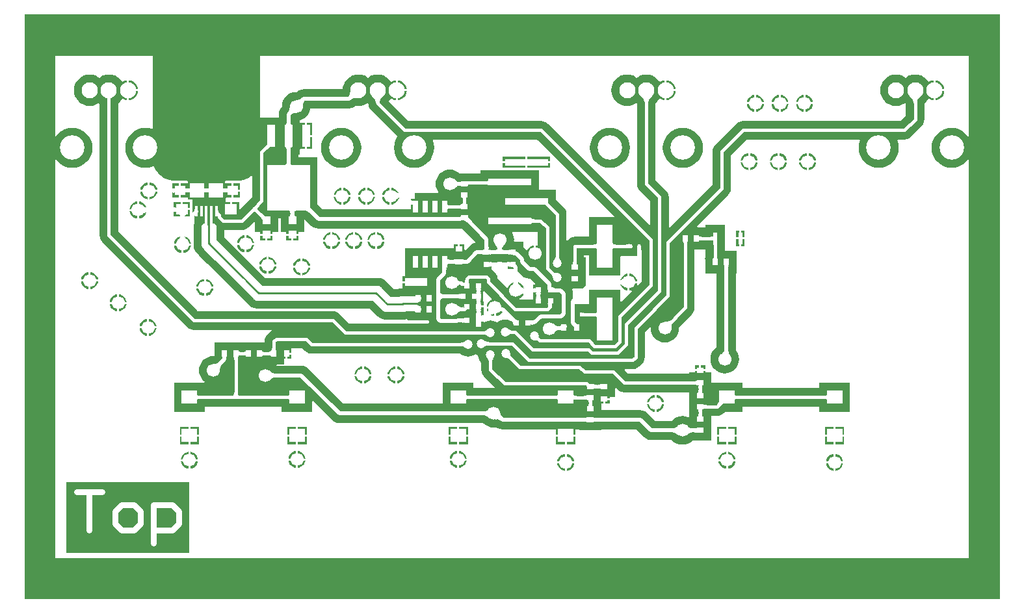
<source format=gbr>
%FSDAX33Y33*%
%MOMM*%
%SFA1B1*%

%IPPOS*%
%AMD1002*
%
%ADD38C,0.399999*%
%ADD39R,0.549999X1.500000*%
%ADD40R,1.000001X2.849999*%
%ADD41R,5.549999X5.950001*%
%ADD42R,0.650001X1.649999*%
%ADD43R,5.639999X0.960001*%
%ADD44R,2.100001X5.599999*%
%ADD45R,0.900001X0.650001*%
%ADD46R,0.650001X0.900001*%
%ADD47R,0.900001X0.750001*%
%ADD48R,0.419999X0.619999*%
%ADD49R,0.800001X0.800001*%
%ADD50R,1.050000X1.050000*%
%ADD51R,2.000001X1.799999*%
%ADD52R,0.800001X1.799999*%
%ADD53R,1.200000X0.800001*%
%ADD54R,0.399999X1.350000*%
%ADD55R,1.450000X1.300000*%
%ADD56R,1.599999X1.400000*%
%ADD57R,1.899999X1.899999*%
%ADD58R,0.750001X0.900001*%
%ADD59R,2.999999X1.000001*%
%ADD60C,1.200000*%
%ADD61C,0.499999*%
%ADD62C,0.299999*%
%ADD63C,0.860001*%
%ADD64C,0.800001*%
%ADD65C,2.100001*%
%ADD66C,3.200001*%
%ADD67C,1.699999*%
%LNtopcopperfilm-1*%
%LPD*%
G36*
X127000Y076200D02*
X000000D01*
Y000000*
X127000*
Y076200*
G37*
%LNtopcopperfilm-2*%
%LPC*%
G36*
X104503Y025943D02*
X104499Y025981D01*
X104487Y026015*
X104467Y026045*
X104438Y026071*
X104402Y026093*
X104358Y026111*
X104305Y026125*
X104245Y026135*
X104176Y026141*
X104100Y026143*
Y026543*
X104176Y026545*
X104245Y026551*
X104305Y026561*
X104358Y026575*
X104402Y026593*
X104438Y026615*
X104467Y026641*
X104487Y026671*
X104499Y026705*
X104503Y026743*
Y025943*
G37*
G36*
X116630Y065490D02*
X116459Y065291D01*
X116389Y065196*
X116330Y065103*
X116282Y065013*
X116245Y064926*
X116218Y064842*
X116202Y064761*
X116197Y064682*
X115797*
X115791Y064761*
X115775Y064842*
X115749Y064926*
X115711Y065013*
X115663Y065103*
X115604Y065196*
X115535Y065291*
X115454Y065389*
X115262Y065593*
X116732*
X116630Y065490*
G37*
G36*
X122988Y060410D02*
X122861Y060365D01*
X122594Y060690*
X122198Y061015*
X121746Y061257*
X121256Y061405*
X120747Y061455*
X120237Y061405*
X119747Y061257*
X119295Y061015*
X118899Y060690*
X118574Y060294*
X118333Y059843*
X118184Y059353*
X118134Y058843*
X118184Y058333*
X118333Y057843*
X118574Y057391*
X118899Y056996*
X119295Y056671*
X119747Y056429*
X120237Y056281*
X120747Y056230*
X121256Y056281*
X121746Y056429*
X122198Y056671*
X122594Y056996*
X122861Y057321*
X122988Y057275*
Y005352*
X004005*
Y057275*
X004132Y057321*
X004399Y056996*
X004795Y056671*
X005247Y056429*
X005737Y056281*
X006247Y056230*
X006756Y056281*
X007246Y056429*
X007698Y056671*
X008094Y056996*
X008419Y057391*
X008660Y057843*
X008809Y058333*
X008859Y058843*
X008809Y059353*
X008660Y059843*
X008419Y060294*
X008094Y060690*
X007698Y061015*
X007246Y061257*
X006756Y061405*
X006247Y061455*
X005737Y061405*
X005247Y061257*
X004795Y061015*
X004399Y060690*
X004132Y060365*
X004005Y060410*
Y070834*
X016688*
Y061381*
X016586Y061305*
X016256Y061405*
X015747Y061455*
X015237Y061405*
X014747Y061257*
X014295Y061015*
X013899Y060690*
X013574Y060294*
X013333Y059843*
X013184Y059353*
X013134Y058843*
X013184Y058333*
X013333Y057843*
X013574Y057391*
X013899Y056996*
X014295Y056671*
X014747Y056429*
X015237Y056281*
X015747Y056230*
X016256Y056281*
X016746Y056429*
X016799Y056457*
X016918Y056414*
X017001Y056214*
X017050Y056128*
X017094Y056040*
X017312Y055714*
X017377Y055639*
X017437Y055561*
X017715Y055284*
X017793Y055223*
X017868Y055158*
X018194Y054940*
X018282Y054897*
X018368Y054847*
X018730Y054697*
X018826Y054672*
X018919Y054640*
X019304Y054563*
X019378Y054558*
X019451Y054545*
X019647Y054535*
X019672Y054538*
X019697Y054534*
X021181*
X021293Y054497*
Y054307*
X021251Y054197*
X021166Y054197*
X020399*
Y053293*
Y052389*
X021166*
X021251*
X021293Y052279*
Y052089*
X021847*
Y048943*
X021943*
X022050Y048816*
X022014Y048543*
Y046153*
Y046153*
X022063Y045780*
X022207Y045432*
X022437Y045133*
X022762Y044808*
X023862Y043708*
Y043708*
X027353Y040217*
X027353Y040217*
X029257Y038313*
X029556Y038084*
X029904Y037940*
X030277Y037890*
X030277*
X045009*
X046002Y036898*
X046002*
X046301Y036669*
X046649Y036525*
X047022Y036475*
X049482*
X049482*
X049820Y036520*
X049911Y036464*
X049947Y036425*
Y036393*
X052648*
X052672Y036209*
X052725Y036080*
X052640Y035953*
X042248*
X041003Y037199*
X040752Y037391*
X040460Y037512*
X040147Y037553*
X022598*
X012207Y047944*
Y064684*
X012453Y064886*
X012709Y065198*
X012816Y065221*
X012839Y065204*
X013156Y065072*
X013370Y065044*
Y066343*
Y067641*
X013156Y067613*
X012839Y067482*
X012816Y067464*
X012709Y067487*
X012453Y067799*
X012141Y068056*
X011785Y068246*
X011399Y068363*
X010997Y068403*
X010595Y068363*
X010208Y068246*
X009852Y068056*
X009747Y067969*
X009641Y068056*
X009285Y068246*
X008899Y068363*
X008497Y068403*
X008095Y068363*
X007708Y068246*
X007352Y068056*
X007040Y067799*
X006784Y067487*
X006594Y067131*
X006476Y066745*
X006437Y066343*
X006476Y065941*
X006594Y065555*
X006784Y065198*
X007040Y064886*
X007352Y064630*
X007708Y064440*
X008095Y064323*
X008497Y064283*
X008899Y064323*
X009285Y064440*
X009641Y064630*
X009659Y064645*
X009786Y064585*
Y047443*
X009828Y047130*
X009949Y046838*
X010141Y046587*
X021241Y035487*
X021492Y035295*
X021783Y035174*
X022097Y035133*
X032201*
X032226Y035006*
X032192Y034991*
X031941Y034799*
X031616Y034474*
X031423Y034223*
X031303Y033931*
X031261Y033618*
Y033493*
X024747*
Y031776*
X024675Y031704*
X024650Y031702*
X024600Y031702*
X024597Y031702*
X024592Y031701*
X024587Y031701*
X024578Y031700*
X024234Y031666*
X023885Y031560*
X023564Y031389*
X023282Y031157*
X023051Y030876*
X022879Y030554*
X022773Y030206*
X022738Y029843*
X022773Y029480*
X022879Y029131*
X023051Y028810*
X023282Y028528*
X023475Y028370*
X023430Y028243*
X019497*
Y024443*
X023497*
Y025133*
X027522*
X027522Y025133*
X027522Y025133*
X033497*
Y024443*
X037497*
Y025794*
X037614Y025843*
X040105Y023351*
X040105Y023351*
X040366Y023151*
X040670Y023025*
X040997Y022982*
X059725*
X059744Y022966*
X059780Y022931*
X059782Y022928*
X059786Y022926*
X059790Y022922*
X059797Y022916*
X060064Y022697*
X060385Y022525*
X060734Y022420*
X061097Y022384*
X061459Y022420*
X061484Y022427*
X061616Y022326*
X061920Y022200*
X062246Y022157*
Y022157*
X069243*
Y021470*
X071751*
Y022157*
X072247*
Y022093*
X073207*
X073250Y022087*
X073292Y022093*
X073301*
X073339Y022091*
X073346Y022093*
X074047*
X074054Y022091*
X074092Y022093*
X074101*
X074144Y022087*
X074186Y022093*
X075147*
Y022157*
X079662*
X080693Y021126*
X080693*
X080954Y020926*
X081258Y020800*
X081584Y020757*
X084325*
X084344Y020741*
X084380Y020706*
X084382Y020703*
X084386Y020701*
X084390Y020697*
X084397Y020691*
X084664Y020472*
X084985Y020300*
X085334Y020195*
X085697Y020159*
X086059Y020195*
X086408Y020300*
X086729Y020472*
X086996Y020691*
X086999Y020693*
X087507*
X087550Y020687*
X087592Y020693*
X087601*
X087639Y020691*
X087646Y020693*
X089447*
Y022143*
Y023908*
X090172*
X090485Y023949*
X090777Y024070*
X091028Y024262*
X091208Y024443*
X093497*
Y025133*
X103497*
Y024443*
X107497*
Y028243*
X103497*
Y027553*
X093497*
Y028243*
X089497*
X089447Y028349*
Y029593*
X088701*
Y029741*
X087997*
X087293*
Y029593*
X086547*
Y029428*
X078623*
X078170Y029881*
X078219Y029999*
X079228*
X079542Y030040*
X079834Y030161*
X080084Y030353*
X080453Y030721*
X080645Y030972*
X080766Y031264*
X080807Y031577*
Y034842*
X081153Y035187*
X081153*
X081430Y035464*
X081544Y035410*
X081538Y035343*
X081573Y034980*
X081679Y034632*
X081851Y034310*
X082082Y034028*
X082364Y033797*
X082685Y033625*
X083034Y033520*
X083397Y033484*
X083759Y033520*
X084108Y033625*
X084429Y033797*
X084711Y034028*
X084942Y034310*
X085114Y034632*
X085220Y034980*
X085256Y035343*
X085255Y035346*
X085256Y035421*
X085259Y035469*
X085263Y035497*
X086928Y037162*
X087120Y037413*
X087241Y037705*
X087282Y038018*
Y045593*
X088697*
Y045393*
X088647*
Y044488*
X088645Y044481*
X088647Y044446*
Y044432*
X088641Y044390*
X088647Y044347*
Y042493*
X090161*
Y032851*
X089890Y032629*
X089659Y032347*
X089487Y032026*
X089381Y031677*
X089346Y031314*
X089381Y030952*
X089487Y030603*
X089659Y030282*
X089890Y030000*
X090172Y029769*
X090493Y029597*
X090842Y029491*
X091204Y029455*
X091567Y029491*
X091916Y029597*
X092237Y029769*
X092519Y030000*
X092750Y030282*
X092922Y030603*
X093028Y030952*
X093063Y031314*
X093028Y031677*
X092922Y032026*
X092838Y032184*
X092810Y032250*
X092770Y032321*
X092748Y032362*
X092702Y032466*
X092694Y032487*
X092687Y032511*
X092683Y032528*
X092682Y032529*
Y042493*
X092747*
Y043454*
X092752Y043496*
X092747Y043538*
Y043548*
X092748Y043586*
X092747Y043593*
Y045393*
X091247*
Y046254*
X091252Y046296*
X091251Y046307*
X091252Y046319*
X091247Y046353*
Y048793*
X088697*
Y048493*
X087634*
X087586Y048610*
X091653Y052677*
X091845Y052928*
X091966Y053220*
X092007Y053533*
Y057842*
X094098Y059933*
X108755*
X108822Y059806*
X108684Y059353*
X108634Y058843*
X108684Y058333*
X108833Y057843*
X109074Y057391*
X109399Y056996*
X109795Y056671*
X110247Y056429*
X110737Y056281*
X111247Y056230*
X111756Y056281*
X112246Y056429*
X112698Y056671*
X113094Y056996*
X113419Y057391*
X113660Y057843*
X113809Y058333*
X113859Y058843*
X113809Y059353*
X113672Y059806*
X113738Y059933*
X114597*
X114910Y059974*
X115202Y060095*
X115453Y060287*
X116853Y061687*
X117045Y061938*
X117166Y062230*
X117207Y062543*
Y064602*
X117223Y064627*
X117249Y064663*
X117373Y064806*
X117443Y064878*
X117453Y064886*
X117709Y065198*
X117816Y065221*
X117839Y065204*
X118156Y065072*
X118370Y065044*
Y066343*
Y067641*
X118156Y067613*
X117839Y067482*
X117816Y067464*
X117709Y067487*
X117453Y067799*
X117141Y068056*
X116785Y068246*
X116399Y068363*
X115997Y068403*
X115595Y068363*
X115208Y068246*
X114852Y068056*
X114747Y067969*
X114641Y068056*
X114285Y068246*
X113899Y068363*
X113497Y068403*
X113095Y068363*
X112708Y068246*
X112352Y068056*
X112040Y067799*
X111784Y067487*
X111594Y067131*
X111476Y066745*
X111437Y066343*
X111476Y065941*
X111594Y065555*
X111784Y065198*
X112040Y064886*
X112352Y064630*
X112708Y064440*
X113095Y064323*
X113497Y064283*
X113899Y064323*
X114285Y064440*
X114641Y064630*
X114681Y064629*
X114756Y064610*
X114786Y064585*
Y063044*
X114095Y062353*
X093597*
X093283Y062312*
X092992Y062191*
X092741Y061999*
X089941Y059199*
X089748Y058948*
X089628Y058656*
X089586Y058343*
Y054034*
X084024Y048472*
X083907Y048521*
Y052413*
X083866Y052726*
X083745Y053018*
X083553Y053269*
X082207Y054614*
Y064602*
X082223Y064627*
X082249Y064663*
X082373Y064806*
X082443Y064878*
X082453Y064886*
X082709Y065198*
X082816Y065221*
X082839Y065204*
X083156Y065072*
X083370Y065044*
Y066343*
Y067641*
X083156Y067613*
X082839Y067482*
X082816Y067464*
X082709Y067487*
X082453Y067799*
X082141Y068056*
X081785Y068246*
X081399Y068363*
X080997Y068403*
X080595Y068363*
X080208Y068246*
X079852Y068056*
X079747Y067969*
X079641Y068056*
X079285Y068246*
X078899Y068363*
X078497Y068403*
X078095Y068363*
X077708Y068246*
X077352Y068056*
X077040Y067799*
X076784Y067487*
X076594Y067131*
X076476Y066745*
X076437Y066343*
X076476Y065941*
X076594Y065555*
X076784Y065198*
X077040Y064886*
X077352Y064630*
X077708Y064440*
X078095Y064323*
X078497Y064283*
X078899Y064323*
X079285Y064440*
X079641Y064630*
X079681Y064629*
X079756Y064610*
X079786Y064585*
Y054113*
X079828Y053800*
X079948Y053508*
X080141Y053257*
X081486Y051912*
Y048831*
X081369Y048782*
X068153Y061999*
X067902Y062191*
X067610Y062312*
X067297Y062353*
X049998*
X047459Y064893*
X047709Y065198*
X047816Y065221*
X047839Y065204*
X048156Y065072*
X048370Y065044*
Y066343*
Y067641*
X048156Y067613*
X047839Y067482*
X047816Y067464*
X047709Y067487*
X047453Y067799*
X047141Y068056*
X046785Y068246*
X046399Y068363*
X045997Y068403*
X045595Y068363*
X045208Y068246*
X044852Y068056*
X044747Y067969*
X044641Y068056*
X044285Y068246*
X043899Y068363*
X043497Y068403*
X043095Y068363*
X042708Y068246*
X042352Y068056*
X042040Y067799*
X041784Y067487*
X041594Y067131*
X041476Y066745*
X041455Y066531*
X041449Y066504*
X036397*
X036070Y066461*
X035766Y066335*
X035505Y066134*
X035475Y066104*
X035450Y066102*
X035400Y066102*
X035397Y066102*
X035392Y066101*
X035387Y066101*
X035378Y066100*
X035034Y066066*
X034685Y065960*
X034364Y065789*
X034082Y065557*
X033851Y065276*
X033679Y064954*
X033573Y064606*
X033540Y064262*
X033538Y064253*
X033538Y064247*
X033538Y064243*
X033538Y064240*
X033537Y064189*
X033535Y064164*
X033505Y064134*
X033305Y063873*
X033179Y063569*
X033136Y063243*
Y062818*
X030705*
Y070834*
X122988*
Y060410*
G37*
G36*
X044675Y064629D02*
X044792Y064593D01*
X044793Y064591*
X044828Y064330*
X044948Y064038*
X045141Y063787*
X048601Y060327*
X048574Y060294*
X048333Y059843*
X048184Y059353*
X048134Y058843*
X048184Y058333*
X048333Y057843*
X048574Y057391*
X048899Y056996*
X049295Y056671*
X049747Y056429*
X050237Y056281*
X050747Y056230*
X051256Y056281*
X051746Y056429*
X052198Y056671*
X052594Y056996*
X052919Y057391*
X053160Y057843*
X053309Y058333*
X053359Y058843*
X053309Y059353*
X053172Y059806*
X053238Y059933*
X066795*
X076802Y049926*
X076753Y049809*
X073525*
Y047253*
X071697*
X071383Y047212*
X071092Y047091*
X070841Y046899*
X070794Y046851*
X070727Y046765*
X070607Y046806*
Y050203*
X070566Y050516*
X070445Y050808*
X070253Y051059*
X069207Y052105*
Y053353*
X067027*
Y055893*
X059387*
Y055501*
X057419*
X057360Y055493*
X056892*
X056850Y055498*
X056807Y055493*
X056669*
X056657Y055502*
X056429Y055689*
X056108Y055860*
X055759Y055966*
X055397Y056002*
X055034Y055966*
X054685Y055860*
X054364Y055689*
X054082Y055457*
X053851Y055176*
X053679Y054854*
X053573Y054506*
X053538Y054143*
X053573Y053780*
X053679Y053431*
X053851Y053110*
X053873Y053083*
X053819Y052968*
X050871*
Y052222*
X050347*
Y050829*
X038794*
X038208Y051414*
X038172Y051454*
Y057618*
X035657*
Y057968*
X035897*
Y058602*
X035933Y058714*
X036024*
X036560*
Y060393*
Y062072*
X035933*
X035897Y062184*
Y062461*
X036108Y062525*
X036429Y062697*
X036711Y062928*
X036942Y063210*
X037114Y063532*
X037220Y063880*
X037230Y063982*
X042263*
X042590Y064025*
X042894Y064151*
X043058Y064277*
X043107Y064310*
X043122Y064311*
X043160Y064309*
X043242Y064300*
X043251Y064301*
X043260Y064299*
X043316Y064301*
X043497Y064283*
X043899Y064323*
X044285Y064440*
X044641Y064630*
X044675Y064629*
G37*
G36*
X080386Y041444D02*
X079848Y040906D01*
X079741Y040978*
X079772Y041055*
X079793Y041216*
X078824*
Y040246*
X078985Y040267*
X079062Y040299*
X079133Y040191*
X077742Y038800*
X077625Y038849*
Y040309*
X073525*
Y038453*
X072796*
X072754Y038458*
X072711Y038453*
X071457*
Y039850*
Y039850*
X071415Y040176*
X071336Y040366*
X071421Y040493*
X073099*
Y041943*
Y044593*
X072860*
Y044833*
X073525*
Y042209*
X077625*
Y044697*
X077737Y044733*
X078655*
X078672Y044730*
X078706Y044732*
X078740Y044727*
X078782Y044733*
X080157*
Y045479*
X080386*
Y041444*
G37*
G36*
X066540Y039946D02*
X067334D01*
X067306Y039941*
X067281Y039926*
X067259Y039901*
X067240Y039866*
X067232Y039846*
X067334*
X067306Y039841*
X067281Y039826*
X067259Y039801*
X067240Y039766*
X067223Y039721*
X067210Y039666*
X067200Y039601*
X067199Y039594*
X067200Y039585*
X067210Y039520*
X067223Y039465*
X067240Y039420*
X067259Y039385*
X067281Y039360*
X067306Y039345*
X067334Y039340*
X066540*
X066568Y039345*
X066593Y039360*
X066615Y039385*
X066634Y039420*
X066650Y039465*
X066663Y039520*
X066673Y039585*
X066674Y039592*
X066673Y039601*
X066663Y039666*
X066650Y039721*
X066634Y039766*
X066615Y039801*
X066593Y039826*
X066568Y039841*
X066540Y039846*
X066641*
X066634Y039866*
X066615Y039901*
X066593Y039926*
X066568Y039941*
X066540Y039946*
G37*
G36*
X063200Y043286D02*
X063195Y043314D01*
X063180Y043339*
X063155Y043361*
X063120Y043380*
X063075Y043396*
X063020Y043409*
X062955Y043420*
X062943Y043421*
Y043029*
X063965*
X064842Y042151*
X065104Y041951*
X065408Y041825*
X065734Y041782*
X065734*
X065874*
X066542Y041114*
X066494Y040997*
X066283*
Y040513*
X066295Y040515*
X066360Y040532*
X066415Y040555*
X066460Y040582*
X066495Y040614*
X066520Y040651*
X066535Y040693*
X066540Y040740*
Y040470*
X066937*
Y040216*
X066540*
Y039946*
X066535Y039955*
X066520Y039963*
X066495Y039970*
X066460Y039976*
X066415Y039981*
X066283Y039988*
Y039689*
Y039597*
Y039053*
X064508*
X064465Y039105*
X064504Y039258*
X064553Y039279*
X064784Y039456*
X064961Y039686*
X065072Y039954*
X065024Y039938*
X064952Y039907*
X064880Y039869*
X064810Y039824*
X064741Y039772*
X064672Y039713*
X064604Y039648*
Y040116*
X063997*
Y040243*
X063870*
Y040850*
X063402*
X063467Y040918*
X063526Y040987*
X063578Y041056*
X063622Y041127*
X063660Y041198*
X063691Y041270*
X063708Y041318*
X063440Y041207*
X063209Y041030*
X063032Y040800*
X062973Y040657*
X062824Y040628*
X061602Y041850*
X061566Y042122*
X061445Y042414*
X061253Y042664*
X061018Y042899*
X060947Y042953*
X060851Y043029*
Y043421*
X060839Y043420*
X060774Y043409*
X060719Y043396*
X060674Y043380*
X060639Y043361*
X060614Y043339*
X060599Y043314*
X060594Y043286*
Y043556*
X060197*
Y043810*
X060594*
Y044080*
X060599Y044052*
X060614Y044027*
X060639Y044005*
X060674Y043986*
X060719Y043970*
X060774Y043956*
X060839Y043946*
X060914Y043939*
X061094Y043933*
Y043843*
X061597*
Y043982*
X062197*
Y043843*
X062700*
Y043933*
X062795Y043934*
X062955Y043946*
X063020Y043956*
X063075Y043970*
X063120Y043986*
X063155Y044005*
X063180Y044027*
X063195Y044052*
X063200Y044080*
Y043286*
G37*
G36*
X059526Y040441D02*
X059501Y040426D01*
X059479Y040401*
X059460Y040366*
X059443Y040321*
X059430Y040266*
X059420Y040201*
X059417Y040174*
X059428Y040025*
X059438Y039980*
X059449Y039945*
X059462Y039920*
X059477Y039905*
X059494Y039900*
X058657*
X058704Y039905*
X058747Y039920*
X058784Y039945*
X058817Y039980*
X058844Y040025*
X058867Y040080*
X058884Y040145*
X058893Y040201*
X058893Y040201*
X058883Y040266*
X058870Y040321*
X058854Y040366*
X058835Y040401*
X058813Y040426*
X058788Y040441*
X058760Y040446*
X059554*
X059526Y040441*
G37*
G36*
X059494Y039106D02*
X059477Y039101D01*
X059462Y039086*
X059449Y039061*
X059438Y039026*
X059428Y038981*
X059421Y038926*
X059415Y038851*
X059420Y038785*
X059430Y038720*
X059443Y038665*
X059460Y038620*
X059479Y038585*
X059501Y038560*
X059526Y038545*
X059554Y038540*
X058760*
X058788Y038545*
X058813Y038560*
X058835Y038585*
X058854Y038620*
X058870Y038665*
X058883Y038720*
X058893Y038785*
X058895Y038798*
X058884Y038862*
X058867Y038927*
X058844Y038983*
X058817Y039028*
X058784Y039063*
X058747Y039089*
X058704Y039104*
X058657Y039109*
X059494Y039106*
G37*
G36*
X059526Y037741D02*
X059501Y037726D01*
X059479Y037701*
X059460Y037666*
X059443Y037621*
X059430Y037566*
X059420Y037501*
X059419Y037494*
X059420Y037485*
X059430Y037420*
X059443Y037365*
X059460Y037320*
X059479Y037285*
X059501Y037260*
X059526Y037245*
X059554Y037240*
X058760*
X058788Y037245*
X058813Y037260*
X058835Y037285*
X058854Y037320*
X058870Y037365*
X058883Y037420*
X058893Y037485*
X058894Y037492*
X058893Y037501*
X058883Y037566*
X058870Y037621*
X058854Y037666*
X058835Y037701*
X058813Y037726*
X058788Y037741*
X058760Y037746*
X059554*
X059526Y037741*
G37*
G36*
X060858Y039170D02*
X060833Y039046D01*
X060740Y039007*
X060509Y038830*
X060332Y038600*
X060221Y038331*
X060200Y038170*
X061297*
Y038043*
X061424*
Y036946*
X061585Y036967*
X061853Y037079*
X062084Y037256*
X062261Y037486*
X062300Y037579*
X062424Y037604*
X063041Y036987*
X063291Y036795*
X063308Y036788*
X063383Y036697*
Y036536*
X063640Y036793*
X063742Y036694*
X063926Y036539*
X064007Y036482*
X064082Y036440*
X064149Y036412*
X064209Y036397*
X064262*
X064308Y036412*
X064347Y036440*
X063640Y035733*
X063668Y035772*
X063682Y035818*
Y035871*
X063668Y035931*
X063640Y035998*
X063597Y036072*
X063541Y036153*
X063470Y036242*
X063368Y036352*
X063274Y036295*
X063212Y036328*
X062910Y036420*
X062597Y036451*
X062283Y036420*
X061981Y036328*
X061703Y036180*
X061585Y036082*
X061312Y036228*
X061010Y036320*
X060697Y036351*
X060383Y036320*
X060081Y036228*
X059920Y036142*
X059811Y036207*
Y036216*
X059157*
Y036470*
X059554*
Y037158*
X059558Y037124*
X059571Y037093*
X059592Y037066*
X059622Y037043*
X059661Y037023*
X059708Y037007*
X059764Y036995*
X059811Y036988*
Y037489*
Y038016*
X059157*
Y038270*
X059811*
Y038797*
X059751Y038849*
Y040098*
X059878Y040150*
X060858Y039170*
G37*
G36*
X022200Y049946D02*
X022198Y049980D01*
X022191Y050007*
X022181Y050025*
X022166Y050035*
X022147Y050037*
X022124Y050031*
X022096Y050017*
X022064Y049995*
X022028Y049965*
X021988Y049926*
X021917Y050421*
X021971Y050478*
X022019Y050534*
X022061Y050591*
X022098Y050647*
X022129Y050704*
X022154Y050760*
X022174Y050817*
X022188Y050873*
X022197Y050930*
X022200Y050987*
Y049946*
G37*
G36*
X022495Y026705D02*
X022507Y026671D01*
X022527Y026641*
X022555Y026615*
X022591Y026593*
X022636Y026575*
X022688Y026561*
X022749Y026551*
X022817Y026545*
X022894Y026543*
Y026143*
X022817Y026141*
X022749Y026135*
X022688Y026125*
X022636Y026111*
X022591Y026093*
X022555Y026071*
X022527Y026045*
X022507Y026015*
X022495Y025981*
X022491Y025943*
Y026743*
X022495Y026705*
G37*
G36*
X025194Y050626D02*
X025202Y050597D01*
X025217Y050565*
X025237Y050529*
X025262Y050490*
X025294Y050448*
X025374Y050354*
X025476Y050246*
X025255Y049901*
X025247Y049910*
X025218Y049935*
X025212Y049939*
X025206Y049942*
X025202Y049944*
X025197Y049946*
X025194Y049946*
X025191Y050652*
X025194Y050626*
G37*
G36*
X025709Y030601D02*
X025658Y030546D01*
X025613Y030486*
X025573Y030422*
X025539Y030353*
X025510Y030280*
X025486Y030203*
X025468Y030122*
X025456Y030036*
X025448Y029946*
X025447Y029851*
X024605Y030693*
X024700Y030695*
X024790Y030702*
X024876Y030714*
X024957Y030732*
X025034Y030756*
X025107Y030785*
X025175Y030819*
X025240Y030859*
X025299Y030904*
X025355Y030955*
X025709Y030601*
G37*
G36*
X026334Y031596D02*
X026320Y031585D01*
X026307Y031569*
X026296Y031545*
X026287Y031515*
X026280Y031478*
X026274Y031434*
X026267Y031326*
X026266Y031263*
X025766*
X025750Y031596*
X026350Y031599*
X026334Y031596*
G37*
G36*
X027726Y026867D02*
X027738Y026799D01*
X027758Y026739*
X027786Y026687*
X027822Y026643*
X027866Y026607*
X027918Y026579*
X027978Y026559*
X028046Y026547*
X028122Y026543*
X028122*
X027522Y026143*
X026922Y026543*
X026998Y026547*
X027066Y026559*
X027126Y026579*
X027178Y026607*
X027222Y026643*
X027258Y026687*
X027286Y026739*
X027306Y026799*
X027318Y026867*
X027322Y026943*
X027722*
X027726Y026867*
G37*
G36*
X027820Y031592D02*
X027800Y031580D01*
X027781Y031560*
X027766Y031532*
X027752Y031496*
X027741Y031452*
X027733Y031400*
X027727Y031340*
X027722Y031196*
X027322*
X027320Y031272*
X027311Y031400*
X027302Y031452*
X027291Y031496*
X027278Y031532*
X027262Y031560*
X027244Y031580*
X027223Y031592*
X027200Y031596*
X027844*
X027820Y031592*
G37*
G36*
X027845Y032405D02*
X027857Y032371D01*
X027877Y032341*
X027905Y032315*
X027941Y032293*
X027986Y032275*
X028038Y032261*
X028099Y032251*
X028167Y032245*
X028244Y032243*
Y031843*
X028167Y031841*
X028099Y031835*
X028038Y031825*
X027986Y031811*
X027941Y031793*
X027905Y031771*
X027877Y031745*
X027857Y031715*
X027845Y031681*
X027841Y031643*
Y032443*
X027845Y032405*
G37*
G36*
X028853Y031643D02*
X028849Y031681D01*
X028837Y031715*
X028817Y031745*
X028788Y031771*
X028752Y031793*
X028708Y031811*
X028655Y031825*
X028595Y031835*
X028526Y031841*
X028450Y031843*
Y032243*
X028526Y032245*
X028595Y032251*
X028655Y032261*
X028708Y032275*
X028752Y032293*
X028788Y032315*
X028817Y032341*
X028837Y032371*
X028849Y032405*
X028853Y032443*
Y031643*
G37*
G36*
X029681Y055135D02*
X029686Y055129D01*
Y052444*
X029053Y051811*
X028068Y050826*
X027951Y050875*
Y051797*
X027024*
Y050843*
X026770*
Y051797*
X026197*
Y052262*
X026197Y052293*
X026272Y052389*
X026995*
Y053293*
Y054197*
X026228*
X026143Y054197*
X026101Y054306*
Y054497*
X026212Y054534*
X027697*
X027721Y054538*
X027746Y054535*
X027942Y054545*
X028015Y054558*
X028089Y054563*
X028474Y054640*
X028568Y054672*
X028663Y054697*
X029025Y054847*
X029111Y054897*
X029200Y054940*
X029526Y055158*
X029559Y055188*
X029681Y055135*
G37*
G36*
X030424Y051182D02*
X030384Y051125D01*
X030356Y051069*
X030339Y051012*
X030333Y050955*
X030339Y050899*
X030356Y050842*
X030384Y050786*
X030424Y050729*
X030475Y050673*
X030192Y050390*
X030135Y050441*
X030079Y050480*
X030022Y050508*
X029966Y050525*
X029909Y050531*
X029853Y050525*
X029796Y050508*
X029739Y050480*
X029683Y050441*
X029626Y050390*
X029768Y051097*
X030475Y051238*
X030424Y051182*
G37*
G36*
X030948Y032405D02*
X030960Y032371D01*
X030980Y032341*
X031008Y032315*
X031044Y032293*
X031088Y032275*
X031140Y032261*
X031200Y032251*
X031268Y032245*
X031344Y032243*
Y031843*
X031268Y031841*
X031200Y031835*
X031140Y031825*
X031088Y031811*
X031044Y031793*
X031008Y031771*
X030980Y031745*
X030960Y031715*
X030948Y031681*
X030944Y031643*
Y032443*
X030948Y032405*
G37*
G36*
X031057Y050093D02*
X031204Y049968D01*
X031270Y049923*
X031329Y049888*
X031383Y049865*
X031431Y049854*
X031473Y049853*
X031510Y049864*
X031540Y049887*
X030978Y049324*
X031000Y049355*
X031011Y049392*
X031011Y049434*
X030999Y049482*
X030976Y049536*
X030942Y049595*
X030896Y049660*
X030840Y049731*
X030692Y049890*
X030975Y050173*
X031057Y050093*
G37*
G36*
X032020Y029718D02*
X032089Y029659D01*
X032159Y029607*
X032229Y029562*
X032300Y029524*
X032372Y029493*
X032445Y029469*
X032518Y029452*
X032592Y029442*
X032667Y029438*
Y028938*
X032592Y028935*
X032518Y028924*
X032445Y028907*
X032372Y028883*
X032300Y028852*
X032229Y028814*
X032159Y028769*
X032089Y028717*
X032020Y028659*
X031952Y028593*
Y029783*
X032020Y029718*
G37*
G36*
X032103Y031643D02*
X032099Y031681D01*
X032087Y031715*
X032067Y031745*
X032038Y031771*
X032002Y031793*
X031958Y031811*
X031905Y031825*
X031845Y031835*
X031776Y031841*
X031700Y031843*
Y032243*
X031776Y032245*
X031845Y032251*
X031905Y032261*
X031958Y032275*
X032002Y032293*
X032038Y032315*
X032067Y032341*
X032087Y032371*
X032099Y032405*
X032103Y032443*
Y031643*
G37*
G36*
X032175Y058971D02*
X032144Y058994D01*
X032108Y059005*
X032065*
X032017Y058994*
X031963Y058971*
X031904Y058937*
X031839Y058892*
X031768Y058835*
X031610Y058688*
X031327Y058971*
X031406Y059053*
X031531Y059200*
X031576Y059265*
X031610Y059325*
X031632Y059378*
X031644Y059426*
Y059469*
X031632Y059506*
X031610Y059537*
X032175Y058971*
G37*
G36*
X032673Y032814D02*
X032679Y032746D01*
X032687Y032686*
X032699Y032634*
X032715Y032590*
X032734Y032554*
X032756Y032526*
X032782Y032506*
X032811Y032494*
X032844Y032490*
X032100*
X032132Y032494*
X032162Y032506*
X032187Y032526*
X032210Y032554*
X032229Y032590*
X032244Y032634*
X032256Y032686*
X032265Y032746*
X032270Y032814*
X032272Y032890*
X032672*
X032673Y032814*
G37*
G36*
X033372Y047843D02*
X034118D01*
Y047645*
X034897*
X035676*
Y047843*
X036422*
Y049469*
X036539Y049518*
X037380Y048677*
X037641Y048476*
X037945Y048350*
X038271Y048307*
X056804*
X057021Y048336*
X058745Y046612*
X058699Y046478*
X058570Y046461*
X058266Y046335*
X058005Y046134*
Y046134*
X057418Y045547*
X057301Y045596*
Y046297*
X056724*
Y045668*
X056470*
Y046297*
X055893*
Y045768*
X049601*
Y042118*
X049483Y042097*
X049243*
Y041470*
X050997*
Y041216*
X049243*
Y040589*
X049136Y040540*
X049092*
X048719Y040491*
X048668Y040470*
X048079*
X047087Y041463*
X047087*
X046788Y041692*
X046440Y041836*
X046067Y041885*
X031334*
X030503Y042717*
Y042717*
X026009Y047210*
Y048133*
X028297*
X028610Y048174*
X028902Y048295*
X029153Y048487*
X029845Y049179*
X029972Y049127*
Y047843*
X030718*
Y047645*
X031497*
X032276*
Y047843*
X033022*
Y049668*
X033372*
Y047843*
G37*
G36*
X034503Y025943D02*
X034499Y025981D01*
X034487Y026015*
X034467Y026045*
X034438Y026071*
X034402Y026093*
X034358Y026111*
X034305Y026125*
X034245Y026135*
X034176Y026141*
X034100Y026143*
Y026543*
X034176Y026545*
X034245Y026551*
X034305Y026561*
X034358Y026575*
X034402Y026593*
X034438Y026615*
X034467Y026641*
X034487Y026671*
X034499Y026705*
X034503Y026743*
Y025943*
G37*
G36*
X034649Y062220D02*
X034657Y062135D01*
X034669Y062060*
X034686Y061995*
X034708Y061940*
X034736Y061895*
X034768Y061860*
X034805Y061835*
X034847Y061820*
X034894Y061815*
X033900*
X033947Y061820*
X033989Y061835*
X034026Y061860*
X034058Y061895*
X034085Y061940*
X034107Y061995*
X034124Y062060*
X034137Y062135*
X034144Y062220*
X034147Y062315*
X034647*
X034649Y062220*
G37*
G36*
X034649Y057019D02*
X034657Y056934D01*
X034669Y056858*
X034687Y056793*
X034709Y056738*
X034737Y056692*
X034769Y056657*
X034807Y056632*
X034849Y056617*
X034897Y056612*
X033897*
X033944Y056617*
X033987Y056632*
X034024Y056657*
X034057Y056692*
X034084Y056738*
X034107Y056793*
X034124Y056858*
X034137Y056934*
X034144Y057019*
X034147Y057115*
X034647*
X034649Y057019*
G37*
G36*
X034847Y058966D02*
X034805Y058951D01*
X034768Y058926*
X034736Y058891*
X034708Y058846*
X034686Y058791*
X034669Y058726*
X034657Y058651*
X034649Y058566*
X034647Y058471*
X034147*
X034144Y058566*
X034137Y058651*
X034124Y058726*
X034107Y058791*
X034085Y058846*
X034058Y058891*
X034026Y058926*
X033989Y058951*
X033947Y058966*
X033900Y058971*
X034894*
X034847Y058966*
G37*
G36*
X035349Y050669D02*
X035307Y050654D01*
X035269Y050629*
X035237Y050594*
X035209Y050548*
X035187Y050493*
X035169Y050427*
X035157Y050352*
X035150Y050280*
X035157Y050209*
X035169Y050133*
X035187Y050068*
X035209Y050013*
X035237Y049967*
X035269Y049932*
X035307Y049907*
X035349Y049892*
X035397Y049887*
X034397*
X034444Y049892*
X034487Y049907*
X034524Y049932*
X034557Y049967*
X034584Y050013*
X034607Y050068*
X034624Y050133*
X034637Y050209*
X034643Y050280*
X034637Y050352*
X034624Y050427*
X034607Y050493*
X034584Y050548*
X034557Y050594*
X034524Y050629*
X034487Y050654*
X034444Y050669*
X034397Y050674*
X035397*
X035349Y050669*
G37*
G36*
X062426Y046168D02*
X062367Y046099D01*
X062316Y046029*
X062271Y045959*
X062233Y045888*
X062202Y045816*
X062184Y045762*
X062192Y045738*
X062227Y045673*
X062272Y045618*
X062327Y045573*
X062392Y045538*
X062467Y045513*
X062552Y045498*
X062647Y045493*
X061897Y044993*
X061147Y045493*
X061242Y045498*
X061327Y045513*
X061402Y045538*
X061467Y045573*
X061522Y045618*
X061567Y045673*
X061602Y045738*
X061610Y045762*
X061592Y045816*
X061560Y045888*
X061522Y045959*
X061478Y046029*
X061426Y046099*
X061367Y046168*
X061302Y046236*
X062492*
X062426Y046168*
G37*
G36*
X035388Y063393D02*
X035294Y063391D01*
X035204Y063384*
X035118Y063371*
X035036Y063353*
X034959Y063330*
X034886Y063301*
X034818Y063267*
X034754Y063227*
X034694Y063182*
X034638Y063131*
X034285Y063485*
X034335Y063540*
X034381Y063600*
X034420Y063664*
X034455Y063733*
X034484Y063805*
X034507Y063883*
X034525Y063964*
X034538Y064050*
X034545Y064140*
X034547Y064234*
X035388Y063393*
G37*
G36*
X036509Y065001D02*
X036458Y064946D01*
X036413Y064886*
X036373Y064822*
X036339Y064753*
X036310Y064680*
X036286Y064603*
X036268Y064522*
X036256Y064436*
X036248Y064346*
X036247Y064251*
X035405Y065093*
X035500Y065095*
X035590Y065102*
X035676Y065114*
X035757Y065132*
X035834Y065156*
X035907Y065185*
X035975Y065219*
X036040Y065259*
X036099Y065304*
X036155Y065355*
X036509Y065001*
G37*
G36*
X036541Y032387D02*
X036792Y032195D01*
X037083Y032074*
X037397Y032033*
X056749*
X056903Y031906*
X057181Y031758*
X057483Y031666*
X057797Y031635*
X058110Y031666*
X058412Y031758*
X058690Y031906*
X058730Y031939*
X058881Y031858*
X059094Y031793*
X059120Y031529*
X059211Y031228*
X059360Y030950*
X059486Y030796*
Y029943*
X059528Y029630*
X059648Y029338*
X059841Y029087*
X061257Y027671*
X061209Y027553*
X058497*
Y028243*
X054497*
Y025504*
X041519*
X036943Y030080*
X036682Y030280*
X036378Y030406*
X036051Y030449*
X032827*
X032815Y030466*
X032882Y030593*
X033847*
Y031339*
X033995*
Y032043*
X034122*
Y032170*
X034751*
Y032733*
X036195*
X036541Y032387*
G37*
G36*
X037138Y051339D02*
X037124Y051294D01*
X037124Y051241*
X037139Y051181*
X037167Y051114*
X037210Y051039*
X037267Y050958*
X037338Y050869*
X037522Y050671*
X037169Y050317*
X037066Y050417*
X036882Y050573*
X036800Y050630*
X036726Y050672*
X036659Y050701*
X036599Y050716*
X036546Y050716*
X036500Y050702*
X036462Y050674*
X037166Y051378*
X037138Y051339*
G37*
G36*
X043351Y065303D02*
X043235Y065316D01*
X043125Y065320*
X043021Y065317*
X042921Y065305*
X042828Y065285*
X042739Y065258*
X042656Y065222*
X042579Y065178*
X042507Y065126*
X042440Y065066*
X042106Y065440*
X042167Y065506*
X042221Y065578*
X042270Y065657*
X042312Y065742*
X042349Y065834*
X042381Y065932*
X042406Y066036*
X042426Y066146*
X042440Y066263*
X042448Y066386*
X043351Y065303*
G37*
G36*
X046630Y065490D02*
X046459Y065291D01*
X046389Y065196*
X046330Y065103*
X046282Y065013*
X046245Y064926*
X046218Y064842*
X046202Y064761*
X046197Y064682*
X045797*
X045791Y064761*
X045775Y064842*
X045749Y064926*
X045711Y065013*
X045663Y065103*
X045604Y065196*
X045535Y065291*
X045454Y065389*
X045262Y065593*
X046732*
X046630Y065490*
G37*
G36*
X054145Y040158D02*
X054160Y040073D01*
X054185Y039998*
X054220Y039933*
X054265Y039878*
X054320Y039833*
X054385Y039798*
X054460Y039773*
X054545Y039758*
X054640Y039753*
Y039253*
X054545Y039248*
X054460Y039233*
X054385Y039208*
X054320Y039173*
X054265Y039128*
X054220Y039073*
X054185Y039008*
X054160Y038933*
X054145Y038848*
X054140Y038753*
X053640Y039503*
X054140Y040253*
X054145Y040158*
G37*
G36*
X055030Y043116D02*
X055005Y043101D01*
X054983Y043076*
X054964Y043041*
X054948Y042996*
X054935Y042941*
X054925Y042876*
X054917Y042801*
X054911Y042621*
X054411*
X054414Y043121*
X055058*
X055030Y043116*
G37*
G36*
X055059Y051530D02*
X055071Y051496D01*
X055092Y051466*
X055120Y051440*
X055156Y051418*
X055200Y051400*
X055253Y051386*
X055313Y051376*
X055382Y051370*
X055458Y051368*
Y050968*
X055382Y050966*
X055313Y050960*
X055253Y050950*
X055200Y050936*
X055156Y050918*
X055120Y050896*
X055092Y050870*
X055071Y050840*
X055059Y050806*
X055055Y050768*
Y051568*
X055059Y051530*
G37*
G36*
X055060Y044470D02*
X055075Y044428D01*
X055101Y044390*
X055136Y044358*
X055181Y044330*
X055236Y044308*
X055302Y044290*
X055377Y044278*
X055463Y044270*
X055558Y044268*
Y043768*
X055463Y043765*
X055377Y043758*
X055302Y043745*
X055236Y043728*
X055181Y043705*
X055136Y043678*
X055101Y043645*
X055075Y043608*
X055060Y043565*
X055055Y043518*
Y044518*
X055060Y044470*
G37*
G36*
X056073Y054672D02*
X056227Y054547D01*
X056302Y054496*
X056376Y054453*
X056449Y054418*
X056521Y054391*
X056592Y054371*
X056626Y054365*
X056654Y054367*
X056706Y054377*
X056750Y054389*
X056786Y054404*
X056814Y054421*
X056834Y054441*
X056846Y054464*
X056850Y054490*
Y053846*
X056846Y053867*
X056834Y053885*
X056814Y053902*
X056786Y053916*
X056750Y053928*
X056706Y053938*
X056654Y053946*
X056640Y053947*
X056597Y053939*
X056526Y053920*
X056455Y053892*
X056383Y053856*
X056310Y053812*
X056237Y053760*
X056163Y053700*
X056088Y053633*
X056012Y053557*
X055995Y054747*
X056073Y054672*
G37*
G36*
X056150Y043646D02*
X056145Y043669D01*
X056130Y043690*
X056105Y043708*
X056070Y043724*
X056025Y043737*
X055970Y043748*
X055905Y043757*
X055745Y043767*
X055650Y043768*
Y044268*
X055745Y044269*
X055970Y044287*
X056025Y044298*
X056070Y044312*
X056105Y044328*
X056130Y044346*
X056145Y044367*
X056150Y044390*
Y043646*
G37*
G36*
X056381Y038363D02*
X056532Y038236D01*
X056606Y038185*
X056680Y038142*
X056752Y038106*
X056824Y038078*
X056894Y038059*
X056942Y038051*
X056944Y038051*
X057005Y038061*
X057057Y038075*
X057101Y038093*
X057138Y038115*
X057166Y038141*
X057186Y038171*
X057199Y038205*
X057203Y038243*
X057200Y037746*
X057196Y037726*
X057184Y037709*
X057164Y037693*
X057136Y037680*
X057100Y037669*
X057056Y037659*
X057033Y037656*
Y037643*
X056964Y037639*
X056894Y037627*
X056824Y037607*
X056752Y037580*
X056680Y037544*
X056606Y037501*
X056532Y037449*
X056457Y037390*
X056381Y037323*
X056304Y037248*
Y038438*
X056381Y038363*
G37*
G36*
X056487Y041564D02*
X056508Y041539D01*
X056534Y041516*
X056564Y041497*
X056599Y041480*
X056639Y041467*
X056684Y041456*
X056733Y041449*
X056788Y041444*
X056847Y041443*
Y041043*
X056788Y041041*
X056733Y041037*
X056684Y041029*
X056639Y041019*
X056599Y041005*
X056564Y040989*
X056534Y040969*
X056508Y040947*
X056487Y040921*
X056471Y040893*
Y041593*
X056487Y041564*
G37*
G36*
X056700Y039106D02*
X056695Y039134D01*
X056680Y039159*
X056655Y039181*
X056620Y039200*
X056575Y039216*
X056520Y039229*
X056455Y039240*
X056380Y039247*
X056200Y039253*
Y039753*
X056295Y039754*
X056455Y039766*
X056520Y039776*
X056575Y039790*
X056620Y039806*
X056655Y039825*
X056680Y039847*
X056695Y039872*
X056700Y039900*
Y039106*
G37*
G36*
X056850Y050846D02*
X056846Y050869D01*
X056834Y050890*
X056814Y050908*
X056786Y050924*
X056750Y050937*
X056706Y050948*
X056654Y050957*
X056594Y050963*
X056450Y050968*
Y051368*
X056526Y051369*
X056654Y051379*
X056706Y051387*
X056750Y051398*
X056786Y051412*
X056814Y051428*
X056834Y051446*
X056846Y051467*
X056850Y051490*
Y050846*
G37*
G36*
X057049Y044367D02*
X057064Y044346D01*
X057089Y044328*
X057124Y044312*
X057169Y044298*
X057224Y044287*
X057289Y044279*
X057449Y044269*
X057544Y044268*
Y043768*
X057449Y043767*
X057224Y043748*
X057169Y043737*
X057124Y043724*
X057089Y043708*
X057064Y043690*
X057049Y043669*
X057044Y043646*
Y044390*
X057049Y044367*
G37*
G36*
X057200Y035946D02*
X057195Y035974D01*
X057180Y035999*
X057155Y036021*
X057120Y036040*
X057075Y036056*
X057020Y036069*
X056955Y036080*
X056880Y036087*
X056700Y036093*
Y036593*
X056795Y036594*
X056955Y036606*
X057020Y036616*
X057075Y036630*
X057120Y036646*
X057155Y036665*
X057180Y036687*
X057195Y036712*
X057200Y036740*
Y035946*
G37*
G36*
X057349Y032843D02*
X057312Y032881D01*
X057271Y032915*
X057228Y032945*
X057181Y032971*
X057130Y032993*
X057077Y033011*
X057020Y033025*
X056960Y033035*
X056897Y033041*
X056831Y033043*
Y033443*
X056897Y033445*
X056960Y033451*
X057020Y033461*
X057077Y033475*
X057130Y033493*
X057181Y033515*
X057228Y033541*
X057271Y033571*
X057312Y033605*
X057349Y033643*
Y032843*
G37*
G36*
X057495Y026705D02*
X057507Y026671D01*
X057527Y026641*
X057555Y026615*
X057591Y026593*
X057636Y026575*
X057688Y026561*
X057749Y026551*
X057817Y026545*
X057894Y026543*
Y026143*
X057817Y026141*
X057749Y026135*
X057688Y026125*
X057636Y026111*
X057591Y026093*
X057555Y026071*
X057527Y026045*
X057507Y026015*
X057495Y025981*
X057491Y025943*
Y026743*
X057495Y026705*
G37*
G36*
X057499Y051813D02*
X057505Y051745D01*
X057515Y051684*
X057529Y051632*
X057547Y051588*
X057569Y051551*
X057595Y051523*
X057625Y051503*
X057659Y051491*
X057697Y051487*
X056897*
X056935Y051491*
X056969Y051503*
X056999Y051523*
X057025Y051551*
X057047Y051588*
X057065Y051632*
X057079Y051684*
X057089Y051745*
X057095Y051813*
X057097Y051890*
X057497*
X057499Y051813*
G37*
G36*
X057659Y052392D02*
X057625Y052380D01*
X057595Y052360*
X057569Y052332*
X057547Y052296*
X057529Y052252*
X057515Y052200*
X057505Y052140*
X057499Y052072*
X057497Y051996*
X057097*
X057095Y052072*
X057089Y052140*
X057079Y052200*
X057065Y052252*
X057047Y052296*
X057025Y052332*
X056999Y052360*
X056969Y052380*
X056935Y052392*
X056897Y052396*
X057697*
X057659Y052392*
G37*
G36*
X057747Y049981D02*
X057758Y049921D01*
X057775Y049860*
X057800Y049797*
X057832Y049734*
X057871Y049669*
X057917Y049602*
X057970Y049535*
X058097Y049396*
X057744Y049042*
X057643Y049140*
X057461Y049293*
X057380Y049350*
X057306Y049392*
X057239Y049420*
X057178Y049435*
X057124Y049436*
X057077Y049423*
X057037Y049396*
X057744Y050040*
X057747Y049981*
G37*
G36*
X057799Y041564D02*
X057805Y041496D01*
X057814Y041436*
X057828Y041384*
X057846Y041340*
X057868Y041304*
X057893Y041276*
X057923Y041256*
X057956Y041244*
X057994Y041240*
X057200*
X057237Y041244*
X057271Y041256*
X057300Y041276*
X057326Y041304*
X057347Y041340*
X057365Y041384*
X057379Y041436*
X057389Y041496*
X057395Y041564*
X057397Y041640*
X057797*
X057799Y041564*
G37*
G36*
X058144Y054090D02*
X058067Y054088D01*
X057999Y054082*
X057939Y054072*
X057886Y054058*
X057842Y054040*
X057806Y054018*
X057777Y053992*
X057757Y053962*
X057745Y053928*
X057741Y053890*
X057744Y054490*
X058144Y054490*
Y054090*
G37*
G36*
X059800Y044846D02*
X059795Y044874D01*
X059780Y044899*
X059755Y044921*
X059720Y044940*
X059675Y044956*
X059620Y044969*
X059555Y044980*
X059480Y044987*
X059300Y044993*
Y045493*
X059395Y045494*
X059555Y045506*
X059620Y045516*
X059675Y045530*
X059720Y045546*
X059755Y045565*
X059780Y045587*
X059795Y045612*
X059800Y045640*
Y044846*
G37*
G36*
X059981Y033705D02*
X060022Y033671D01*
X060066Y033641*
X060113Y033615*
X060163Y033593*
X060216Y033575*
X060273Y033561*
X060333Y033551*
X060396Y033545*
X060462Y033543*
Y033143*
X060396Y033141*
X060333Y033135*
X060273Y033125*
X060216Y033111*
X060163Y033093*
X060113Y033071*
X060066Y033045*
X060022Y033015*
X059981Y032981*
X059944Y032943*
Y033743*
X059981Y033705*
G37*
G36*
X060249Y034343D02*
X060212Y034381D01*
X060171Y034415*
X060128Y034445*
X060081Y034471*
X060030Y034493*
X059977Y034511*
X059920Y034525*
X059860Y034535*
X059797Y034541*
X059731Y034543*
Y034943*
X059797Y034945*
X059860Y034951*
X059920Y034961*
X059977Y034975*
X060030Y034993*
X060081Y035015*
X060128Y035041*
X060171Y035071*
X060212Y035105*
X060249Y035143*
Y034343*
G37*
G36*
X060390Y053936D02*
X060386Y053965D01*
X060374Y053992*
X060354Y054015*
X060326Y054035*
X060290Y054052*
X060246Y054066*
X060194Y054076*
X060134Y054084*
X060066Y054089*
X059990Y054090*
Y054490*
X060066Y054492*
X060135Y054498*
X060195Y054508*
X060247Y054522*
X060292Y054540*
X060328Y054562*
X060356Y054588*
X060376Y054618*
X060389Y054652*
X060393Y054690*
X060390Y053936*
G37*
G36*
X060448Y046045D02*
X060460Y045885D01*
X060470Y045820*
X060483Y045765*
X060500Y045720*
X060519Y045685*
X060541Y045660*
X060566Y045645*
X060594Y045640*
X059800*
X059828Y045645*
X059853Y045660*
X059875Y045685*
X059894Y045720*
X059910Y045765*
X059923Y045820*
X059933Y045885*
X059941Y045960*
X059947Y046140*
X060447*
X060448Y046045*
G37*
G36*
X060490Y023648D02*
X060422Y023713D01*
X060353Y023772*
X060283Y023824*
X060213Y023869*
X060142Y023907*
X060070Y023938*
X059997Y023962*
X059924Y023979*
X059849Y023989*
X059774Y023993*
Y024493*
X059849Y024496*
X059924Y024507*
X059997Y024524*
X060070Y024548*
X060142Y024579*
X060213Y024617*
X060283Y024662*
X060353Y024714*
X060422Y024772*
X060490Y024838*
Y023648*
G37*
G36*
X060599Y045612D02*
X060614Y045587D01*
X060639Y045565*
X060674Y045546*
X060719Y045530*
X060774Y045516*
X060839Y045506*
X060914Y045499*
X061094Y045493*
Y044993*
X060999Y044991*
X060839Y044980*
X060774Y044969*
X060719Y044956*
X060674Y044940*
X060639Y044921*
X060614Y044899*
X060599Y044874*
X060594Y044846*
Y045640*
X060599Y045612*
G37*
G36*
X061059Y031358D02*
X061025Y031318D01*
X060995Y031274*
X060969Y031227*
X060947Y031177*
X060929Y031123*
X060915Y031066*
X060905Y031007*
X060899Y030944*
X060897Y030877*
X060497*
X060495Y030944*
X060489Y031007*
X060479Y031066*
X060465Y031123*
X060447Y031177*
X060425Y031227*
X060399Y031274*
X060369Y031318*
X060335Y031358*
X060297Y031396*
X061097*
X061059Y031358*
G37*
G36*
X061945Y024367D02*
X062008Y024189D01*
X062042Y024107*
X062117Y023959*
X062158Y023893*
X062201Y023832*
X062246Y023776*
X062293Y023725*
X062044Y023267*
X061986Y023320*
X061925Y023364*
X061861Y023401*
X061794Y023429*
X061725Y023449*
X061652Y023461*
X061577Y023465*
X061499Y023460*
X061418Y023448*
X061334Y023427*
X061917Y024464*
X061945Y024367*
G37*
G36*
X063081Y035205D02*
X063122Y035171D01*
X063166Y035141*
X063213Y035115*
X063263Y035093*
X063316Y035075*
X063373Y035061*
X063433Y035051*
X063496Y035045*
X063562Y035043*
Y034643*
X063496Y034641*
X063433Y034635*
X063373Y034625*
X063316Y034611*
X063263Y034593*
X063213Y034571*
X063166Y034545*
X063122Y034515*
X063081Y034481*
X063044Y034443*
Y035243*
X063081Y035205*
G37*
G36*
X063200Y044846D02*
X063195Y044874D01*
X063180Y044899*
X063155Y044921*
X063120Y044940*
X063075Y044956*
X063020Y044969*
X062955Y044980*
X062880Y044987*
X062700Y044993*
Y045493*
X062795Y045494*
X062955Y045506*
X063020Y045516*
X063075Y045530*
X063120Y045546*
X063155Y045565*
X063180Y045587*
X063195Y045612*
X063200Y045640*
Y044846*
G37*
G36*
X063295Y031956D02*
X063300Y031903D01*
X063310Y031851*
X063325Y031800*
X063345Y031749*
X063370Y031698*
X063400Y031648*
X063435Y031599*
X063475Y031550*
X063521Y031501*
X063238Y031219*
X063190Y031264*
X063141Y031304*
X063092Y031340*
X063042Y031370*
X062991Y031395*
X062940Y031415*
X062888Y031430*
X062836Y031440*
X062783Y031444*
X062730Y031444*
X063296Y032009*
X063295Y031956*
G37*
G36*
X065998Y036418D02*
X066011Y036398D01*
X066033Y036380*
X066063Y036365*
X066102Y036352*
X066150Y036342*
X066206Y036334*
X066271Y036328*
X066427Y036323*
Y035823*
X066345Y035821*
X066206Y035807*
X066150Y035795*
X066102Y035779*
X066063Y035759*
X066033Y035736*
X066011Y035710*
X065998Y035680*
X065994Y035646*
Y036440*
X065998Y036418*
G37*
G36*
X066025Y049695D02*
X066037Y049661D01*
X066057Y049631*
X066085Y049605*
X066121Y049583*
X066166Y049565*
X066218Y049551*
X066279Y049541*
X066347Y049535*
X066424Y049533*
Y049133*
X066347Y049131*
X066279Y049125*
X066218Y049115*
X066166Y049101*
X066121Y049083*
X066085Y049061*
X066057Y049035*
X066037Y049005*
X066025Y048971*
X066021Y048933*
Y049733*
X066025Y049695*
G37*
G36*
X066886Y046193D02*
X066759Y046122D01*
X066624Y046140*
Y045043*
X066370*
Y046140*
X066208Y046118*
X065940Y046007*
X065709Y045830*
X065532Y045600*
X065515Y045558*
X065390Y045533*
X064997Y045927*
Y046643*
X063830*
X063745Y046737*
X063756Y046843*
X063720Y047206*
X063614Y047554*
X063513Y047744*
X063578Y047853*
X066886*
Y046193*
G37*
G36*
X066994Y034255D02*
X066999Y034223D01*
X067010Y034189*
X067026Y034152*
X067048Y034113*
X067075Y034072*
X067108Y034029*
X067189Y033935*
X067238Y033884*
X066955Y033601*
X066912Y033643*
X066829Y033711*
X066790Y033736*
X066753Y033757*
X066718Y033771*
X066684Y033781*
X066652Y033785*
X066622Y033783*
X066594Y033776*
X066994Y034284*
X066994Y034255*
G37*
G36*
X068181Y051931D02*
X068170Y051894D01*
Y051851*
X068181Y051803*
X068204Y051749*
X068238Y051690*
X068283Y051625*
X068339Y051554*
X068486Y051396*
X068204Y051113*
X068122Y051192*
X067975Y051317*
X067909Y051362*
X067850Y051396*
X067796Y051419*
X067748Y051430*
X067706*
X067669Y051419*
X067638Y051396*
X068204Y051962*
X068181Y051931*
G37*
G36*
X068598Y041025D02*
X068606Y040912D01*
X068613Y040865*
X068622Y040826*
X068634Y040794*
X068647Y040769*
X068663Y040751*
X068680Y040740*
X068700Y040737*
X068100Y040740*
X068097Y041093*
X068597*
X068598Y041025*
G37*
G36*
X068768Y038545D02*
X068739Y038534D01*
X068714Y038515*
X068692Y038489*
X068673Y038456*
X068658Y038415*
X068646Y038367*
X068638Y038311*
X068633Y038248*
X068631Y038177*
X068231*
X068230Y038247*
X068219Y038365*
X068210Y038413*
X068198Y038454*
X068184Y038487*
X068167Y038513*
X068147Y038531*
X068125Y038542*
X068100Y038546*
X068800Y038549*
X068768Y038545*
G37*
G36*
X068840Y042686D02*
X068889Y042646D01*
X068938Y042612*
X068988Y042583*
X069038Y042561*
X069088Y042544*
X069139Y042533*
X069190Y042527*
X069241Y042528*
X069293Y042534*
X068798Y041905*
X068792Y041959*
X068782Y042012*
X068768Y042065*
X068749Y042116*
X068726Y042167*
X068698Y042218*
X068666Y042268*
X068630Y042317*
X068589Y042365*
X068544Y042413*
X068791Y042731*
X068840Y042686*
G37*
G36*
X068899Y040693D02*
X068914Y040651D01*
X068939Y040614*
X068974Y040582*
X069019Y040555*
X069074Y040532*
X069139Y040515*
X069214Y040503*
X069299Y040495*
X069394Y040493*
Y039993*
X069299Y039992*
X068939Y039970*
X068914Y039963*
X068899Y039955*
X068894Y039946*
Y040740*
X068899Y040693*
G37*
G36*
X068970Y035878D02*
X069137Y035760D01*
X069217Y035712*
X069295Y035672*
X069371Y035639*
X069444Y035613*
X069515Y035595*
X069583Y035584*
X069591Y035584*
X069645Y035588*
X069705Y035598*
X069757Y035612*
X069802Y035630*
X069838Y035652*
X069866Y035678*
X069886Y035708*
X069899Y035742*
X069903Y035780*
X069900Y034996*
X069896Y035031*
X069884Y035062*
X069864Y035090*
X069836Y035114*
X069800Y035134*
X069756Y035151*
X069704Y035164*
X069644Y035173*
X069616Y035175*
X069551Y035164*
X069481Y035143*
X069412Y035114*
X069343Y035076*
X069274Y035030*
X069206Y034976*
X069138Y034914*
X069071Y034843*
X069005Y034764*
X068882Y035947*
X068970Y035878*
G37*
G36*
X069503Y025943D02*
X069499Y025981D01*
X069487Y026015*
X069467Y026045*
X069438Y026071*
X069402Y026093*
X069358Y026111*
X069305Y026125*
X069245Y026135*
X069176Y026141*
X069100Y026143*
Y026543*
X069176Y026545*
X069245Y026551*
X069305Y026561*
X069358Y026575*
X069402Y026593*
X069438Y026615*
X069467Y026641*
X069487Y026671*
X069499Y026705*
X069503Y026743*
Y025943*
G37*
G36*
X069599Y044742D02*
X069605Y044679D01*
X069615Y044619*
X069629Y044563*
X069647Y044509*
X069669Y044459*
X069695Y044412*
X069725Y044368*
X069759Y044327*
X069797Y044290*
X068997*
X069035Y044327*
X069069Y044368*
X069099Y044412*
X069125Y044459*
X069147Y044509*
X069165Y044563*
X069179Y044619*
X069189Y044679*
X069195Y044742*
X069197Y044809*
X069597*
X069599Y044742*
G37*
G36*
X071495Y026680D02*
X071507Y026646D01*
X071527Y026616*
X071555Y026590*
X071591Y026568*
X071636Y026550*
X071688Y026536*
X071749Y026526*
X071817Y026520*
X071894Y026518*
Y026118*
X071817Y026116*
X071749Y026110*
X071688Y026100*
X071636Y026086*
X071591Y026068*
X071555Y026046*
X071527Y026020*
X071507Y025990*
X071495Y025956*
X071491Y025918*
Y026718*
X071495Y026680*
G37*
G36*
X071851Y043913D02*
X071857Y043845D01*
X071867Y043784*
X071881Y043732*
X071899Y043688*
X071921Y043651*
X071947Y043623*
X071977Y043603*
X072011Y043591*
X072049Y043587*
X071249*
X071287Y043591*
X071321Y043603*
X071351Y043623*
X071377Y043651*
X071399Y043688*
X071417Y043732*
X071431Y043784*
X071441Y043845*
X071447Y043913*
X071449Y043990*
X071849*
X071851Y043913*
G37*
G36*
X072758Y037420D02*
X072770Y037393D01*
X072790Y037370*
X072818Y037349*
X072854Y037332*
X072898Y037318*
X072950Y037307*
X073010Y037299*
X073078Y037294*
X073154Y037293*
Y036893*
X073078Y036892*
X072854Y036879*
X072818Y036872*
X072790Y036865*
X072770Y036856*
X072758Y036847*
X072754Y036836*
Y037450*
X072758Y037420*
G37*
G36*
X073250Y023096D02*
X073245Y023110D01*
X073230Y023122*
X073205Y023133*
X073170Y023142*
X073125Y023150*
X073070Y023156*
X072930Y023165*
X072750Y023168*
Y023668*
X072845Y023669*
X073125Y023686*
X073170Y023694*
X073205Y023703*
X073230Y023714*
X073245Y023726*
X073250Y023740*
Y023096*
G37*
G36*
Y025996D02*
X073246Y026019D01*
X073234Y026040*
X073214Y026058*
X073186Y026074*
X073150Y026087*
X073106Y026098*
X073054Y026107*
X072994Y026113*
X072850Y026118*
Y026518*
X072926Y026519*
X073054Y026529*
X073106Y026537*
X073150Y026548*
X073186Y026562*
X073214Y026578*
X073234Y026596*
X073246Y026617*
X073250Y026640*
Y025996*
G37*
G36*
X073899Y025513D02*
X073905Y025445D01*
X073915Y025384*
X073929Y025332*
X073947Y025288*
X073969Y025251*
X073995Y025223*
X074025Y025203*
X074059Y025191*
X074097Y025187*
X073297*
X073335Y025191*
X073369Y025203*
X073399Y025223*
X073425Y025251*
X073447Y025288*
X073465Y025332*
X073479Y025384*
X073489Y025445*
X073495Y025513*
X073497Y025590*
X073897*
X073899Y025513*
G37*
G36*
X074059Y025995D02*
X074025Y025983D01*
X073995Y025963*
X073969Y025935*
X073947Y025898*
X073929Y025854*
X073915Y025801*
X073905Y025741*
X073899Y025673*
X073897Y025596*
X073497*
X073495Y025673*
X073489Y025741*
X073479Y025801*
X073465Y025854*
X073447Y025898*
X073425Y025935*
X073399Y025963*
X073369Y025983*
X073335Y025995*
X073297Y025999*
X074097*
X074059Y025995*
G37*
G36*
X074148Y028067D02*
X074160Y028046D01*
X074180Y028028*
X074208Y028012*
X074244Y027998*
X074288Y027987*
X074340Y027979*
X074400Y027973*
X074544Y027968*
Y027568*
X074468Y027567*
X074340Y027557*
X074288Y027548*
X074244Y027537*
X074208Y027524*
X074180Y027508*
X074160Y027490*
X074148Y027469*
X074144Y027446*
Y028090*
X074148Y028067*
G37*
G36*
X074149Y023726D02*
X074164Y023714D01*
X074189Y023703*
X074224Y023694*
X074269Y023686*
X074324Y023679*
X074464Y023671*
X074644Y023668*
Y023168*
X074549Y023167*
X074269Y023150*
X074224Y023142*
X074189Y023133*
X074164Y023122*
X074149Y023110*
X074144Y023096*
Y023740*
X074149Y023726*
G37*
G36*
X074528Y036693D02*
X074524Y036731D01*
X074512Y036765*
X074492Y036795*
X074464Y036821*
X074428Y036843*
X074384Y036861*
X074332Y036875*
X074272Y036885*
X074204Y036891*
X074128Y036893*
Y037293*
X074204Y037295*
X074272Y037301*
X074332Y037311*
X074384Y037325*
X074428Y037343*
X074464Y037365*
X074492Y037391*
X074512Y037421*
X074524Y037455*
X074528Y037493*
Y036693*
G37*
G36*
Y045643D02*
X074524Y045681D01*
X074512Y045715*
X074492Y045745*
X074464Y045771*
X074428Y045793*
X074384Y045811*
X074332Y045825*
X074272Y045835*
X074204Y045841*
X074128Y045843*
Y046243*
X074204Y046245*
X074272Y046251*
X074332Y046261*
X074384Y046275*
X074428Y046293*
X074464Y046315*
X074492Y046341*
X074512Y046371*
X074524Y046405*
X074528Y046443*
Y045643*
G37*
G36*
X075050Y027396D02*
X075046Y027429D01*
X075034Y027458*
X075014Y027484*
X074986Y027506*
X074950Y027525*
X074906Y027540*
X074854Y027552*
X074794Y027561*
X074726Y027566*
X074650Y027568*
Y027968*
X074726Y027970*
X074794Y027975*
X074854Y027983*
X074906Y027995*
X074950Y028011*
X074986Y028030*
X075014Y028052*
X075034Y028078*
X075046Y028107*
X075050Y028140*
Y027396*
G37*
G36*
X076623Y046405D02*
X076635Y046371D01*
X076655Y046341*
X076683Y046315*
X076719Y046293*
X076764Y046275*
X076816Y046261*
X076877Y046251*
X076945Y046245*
X077022Y046243*
Y045843*
X076945Y045841*
X076877Y045835*
X076816Y045825*
X076764Y045811*
X076719Y045793*
X076683Y045771*
X076655Y045745*
X076635Y045715*
X076623Y045681*
X076619Y045643*
Y046443*
X076623Y046405*
G37*
G36*
X077266Y027362D02*
X077517Y027170D01*
X077808Y027049*
X078122Y027008*
X086547*
Y025243*
Y023805*
X086497Y023755*
X086438Y023719*
X086408Y023735*
X086059Y023841*
X085697Y023877*
X085334Y023841*
X084985Y023735*
X084664Y023564*
X084397Y023345*
X084390Y023339*
X084386Y023335*
X084382Y023332*
X084380Y023330*
X084344Y023295*
X084325Y023279*
X082106*
X081076Y024309*
X080815Y024510*
X080511Y024636*
X080184Y024679*
X075147*
Y025489*
X075370*
Y026118*
X075497*
Y026245*
X076201*
Y026393*
X076947*
Y027515*
X077064Y027564*
X077266Y027362*
G37*
G36*
X078740Y045736D02*
X078736Y045756D01*
X078724Y045774*
X078704Y045790*
X078676Y045804*
X078640Y045816*
X078596Y045826*
X078544Y045833*
X078484Y045839*
X078340Y045843*
Y046243*
X078416Y046244*
X078544Y046253*
X078596Y046260*
X078640Y046270*
X078676Y046281*
X078704Y046295*
X078724Y046311*
X078736Y046330*
X078740Y046350*
Y045736*
G37*
G36*
X081630Y065490D02*
X081459Y065291D01*
X081389Y065196*
X081330Y065103*
X081282Y065013*
X081245Y064926*
X081218Y064842*
X081202Y064761*
X081197Y064682*
X080797*
X080791Y064761*
X080775Y064842*
X080749Y064926*
X080711Y065013*
X080663Y065103*
X080604Y065196*
X080535Y065291*
X080454Y065389*
X080262Y065593*
X081732*
X081630Y065490*
G37*
G36*
X084483Y036146D02*
X084437Y036095D01*
X084396Y036037*
X084360Y035973*
X084329Y035903*
X084303Y035827*
X084282Y035744*
X084266Y035655*
X084254Y035560*
X084248Y035459*
X084247Y035351*
X083405Y036193*
X083513Y036194*
X083709Y036212*
X083798Y036228*
X083880Y036249*
X083957Y036275*
X084027Y036306*
X084091Y036342*
X084149Y036383*
X084200Y036429*
X084483Y036146*
G37*
G36*
X085090Y021423D02*
X085022Y021488D01*
X084953Y021547*
X084883Y021599*
X084813Y021644*
X084742Y021682*
X084670Y021713*
X084597Y021737*
X084524Y021754*
X084449Y021764*
X084374Y021768*
Y022268*
X084449Y022271*
X084524Y022282*
X084597Y022299*
X084670Y022323*
X084742Y022354*
X084813Y022392*
X084883Y022437*
X084953Y022489*
X085022Y022547*
X085090Y022613*
Y021423*
G37*
G36*
X086370Y046592D02*
X086350Y046580D01*
X086331Y046560*
X086316Y046532*
X086302Y046496*
X086291Y046452*
X086283Y046400*
X086277Y046340*
X086272Y046196*
X085872*
X085870Y046272*
X085861Y046400*
X085852Y046452*
X085841Y046496*
X085828Y046532*
X085812Y046560*
X085794Y046580*
X085773Y046592*
X085750Y046596*
X086394*
X086370Y046592*
G37*
G36*
X086372Y022547D02*
X086441Y022489D01*
X086510Y022437*
X086581Y022392*
X086652Y022354*
X086724Y022323*
X086796Y022299*
X086870Y022282*
X086944Y022271*
X087019Y022268*
Y021768*
X086944Y021764*
X086870Y021754*
X086796Y021737*
X086724Y021713*
X086652Y021682*
X086581Y021644*
X086510Y021599*
X086441Y021547*
X086372Y021488*
X086304Y021423*
Y022613*
X086372Y022547*
G37*
G36*
X087550Y021696D02*
X087545Y021710D01*
X087530Y021722*
X087505Y021733*
X087470Y021742*
X087425Y021750*
X087370Y021756*
X087230Y021765*
X087050Y021768*
Y022268*
X087145Y022269*
X087425Y022286*
X087470Y022294*
X087505Y022303*
X087530Y022314*
X087545Y022326*
X087550Y022340*
Y021696*
G37*
G36*
Y027846D02*
X087546Y027879D01*
X087534Y027908*
X087514Y027934*
X087486Y027956*
X087450Y027975*
X087406Y027990*
X087354Y028002*
X087294Y028011*
X087226Y028016*
X087150Y028018*
Y028418*
X087226Y028420*
X087294Y028425*
X087354Y028433*
X087406Y028445*
X087450Y028461*
X087486Y028480*
X087514Y028502*
X087534Y028528*
X087546Y028557*
X087550Y028590*
Y027846*
G37*
G36*
X087845Y047405D02*
X087857Y047371D01*
X087877Y047341*
X087905Y047315*
X087941Y047293*
X087986Y047275*
X088038Y047261*
X088099Y047251*
X088167Y047245*
X088244Y047243*
Y046843*
X088167Y046841*
X088099Y046835*
X088038Y046825*
X087986Y046811*
X087941Y046793*
X087905Y046771*
X087877Y046745*
X087857Y046715*
X087845Y046681*
X087841Y046643*
Y047443*
X087845Y047405*
G37*
G36*
X088199Y024113D02*
X088205Y024045D01*
X088215Y023984*
X088229Y023932*
X088247Y023888*
X088269Y023851*
X088295Y023823*
X088325Y023803*
X088359Y023791*
X088397Y023787*
X087597*
X087635Y023791*
X087669Y023803*
X087699Y023823*
X087725Y023851*
X087747Y023888*
X087765Y023932*
X087779Y023984*
X087789Y024045*
X087795Y024113*
X087797Y024190*
X088197*
X088199Y024113*
G37*
G36*
Y027214D02*
X088205Y027146D01*
X088215Y027086*
X088229Y027034*
X088247Y026990*
X088269Y026954*
X088295Y026926*
X088325Y026906*
X088359Y026894*
X088397Y026890*
X087597*
X087635Y026894*
X087669Y026906*
X087699Y026926*
X087725Y026954*
X087747Y026990*
X087765Y027034*
X087779Y027086*
X087789Y027146*
X087795Y027214*
X087797Y027290*
X088197*
X088199Y027214*
G37*
G36*
X088359Y024795D02*
X088325Y024783D01*
X088295Y024763*
X088269Y024735*
X088247Y024698*
X088229Y024654*
X088215Y024601*
X088205Y024541*
X088199Y024473*
X088197Y024396*
X087797*
X087795Y024473*
X087789Y024541*
X087779Y024601*
X087765Y024654*
X087747Y024698*
X087725Y024735*
X087699Y024763*
X087669Y024783*
X087635Y024795*
X087597Y024799*
X088397*
X088359Y024795*
G37*
G36*
Y027845D02*
X088325Y027833D01*
X088295Y027813*
X088269Y027785*
X088247Y027748*
X088229Y027704*
X088215Y027651*
X088205Y027591*
X088199Y027523*
X088197Y027446*
X087797*
X087795Y027523*
X087789Y027591*
X087779Y027651*
X087765Y027704*
X087747Y027748*
X087725Y027785*
X087699Y027813*
X087669Y027833*
X087635Y027845*
X087597Y027849*
X088397*
X088359Y027845*
G37*
G36*
X088448Y025417D02*
X088460Y025396D01*
X088480Y025378*
X088508Y025362*
X088544Y025348*
X088588Y025337*
X088640Y025329*
X088700Y025323*
X088844Y025318*
Y024918*
X088768Y024917*
X088640Y024907*
X088588Y024898*
X088544Y024887*
X088508Y024874*
X088480Y024858*
X088460Y024840*
X088448Y024819*
X088444Y024796*
Y025440*
X088448Y025417*
G37*
G36*
X089700Y046643D02*
X089696Y046681D01*
X089684Y046715*
X089664Y046745*
X089636Y046771*
X089600Y046793*
X089556Y046811*
X089504Y046825*
X089444Y046835*
X089376Y046841*
X089300Y046843*
Y047243*
X089376Y047245*
X089444Y047251*
X089504Y047261*
X089556Y047275*
X089600Y047293*
X089636Y047315*
X089664Y047341*
X089684Y047371*
X089696Y047405*
X089700Y047443*
Y046643*
G37*
G36*
X090173Y044714D02*
X090183Y044586D01*
X090191Y044534*
X090202Y044490*
X090216Y044454*
X090231Y044426*
X090250Y044406*
X090270Y044394*
X090294Y044390*
X089650*
X089673Y044394*
X089694Y044406*
X089712Y044426*
X089728Y044454*
X089741Y044490*
X089752Y044534*
X089761Y044586*
X089767Y044646*
X089772Y044790*
X090172*
X090173Y044714*
G37*
G36*
X090230Y046292D02*
X090218Y046280D01*
X090207Y046260*
X090198Y046232*
X090190Y046196*
X090183Y046152*
X090175Y046040*
X090172Y045896*
X089772*
X089771Y045972*
X089754Y046196*
X089746Y046232*
X089736Y046260*
X089726Y046280*
X089713Y046292*
X089700Y046296*
X090244*
X090230Y046292*
G37*
G36*
X091065Y025446D02*
X091034Y025469D01*
X090998Y025480*
X090955*
X090907Y025469*
X090853Y025446*
X090794Y025412*
X090729Y025367*
X090658Y025310*
X090500Y025163*
X090217Y025446*
X090296Y025528*
X090421Y025675*
X090466Y025740*
X090500Y025799*
X090522Y025853*
X090534Y025901*
Y025944*
X090522Y025980*
X090500Y026012*
X091065Y025446*
G37*
G36*
X091672Y032534D02*
X091674Y032465D01*
X091682Y032393*
X091695Y032320*
X091714Y032244*
X091737Y032166*
X091766Y032087*
X091840Y031922*
X091885Y031837*
X091935Y031749*
X090784Y032053*
X090858Y032099*
X090924Y032149*
X090982Y032202*
X091032Y032258*
X091075Y032318*
X091110Y032382*
X091137Y032450*
X091156Y032521*
X091168Y032595*
X091172Y032674*
X091672Y032534*
G37*
G36*
X091730Y043491D02*
X091718Y043476D01*
X091707Y043451*
X091698Y043416*
X091690Y043371*
X091683Y043316*
X091675Y043176*
X091672Y042996*
X091172*
X091171Y043091*
X091154Y043371*
X091146Y043416*
X091136Y043451*
X091126Y043476*
X091113Y043491*
X091100Y043496*
X091744*
X091730Y043491*
G37*
G36*
X092495Y026705D02*
X092507Y026671D01*
X092527Y026641*
X092555Y026615*
X092591Y026593*
X092636Y026575*
X092688Y026561*
X092749Y026551*
X092817Y026545*
X092894Y026543*
Y026143*
X092817Y026141*
X092749Y026135*
X092688Y026125*
X092636Y026111*
X092591Y026093*
X092555Y026071*
X092527Y026045*
X092507Y026015*
X092495Y025981*
X092491Y025943*
Y026743*
X092495Y026705*
G37*
%LNtopcopperfilm-3*%
%LPD*%
G36*
X083624Y067641D02*
Y066470D01*
X084795*
X084767Y066683*
X084636Y067001*
X084427Y067273*
X084154Y067482*
X083837Y067613*
X083624Y067641*
G37*
G36*
X048624D02*
Y066470D01*
X049795*
X049767Y066683*
X049636Y067001*
X049427Y067273*
X049154Y067482*
X048837Y067613*
X048624Y067641*
G37*
G36*
X013624D02*
Y066470D01*
X014795*
X014767Y066683*
X014636Y067001*
X014427Y067273*
X014154Y067482*
X013837Y067613*
X013624Y067641*
G37*
G36*
X118624D02*
Y066470D01*
X119795*
X119767Y066683*
X119636Y067001*
X119427Y067273*
X119154Y067482*
X118837Y067613*
X118624Y067641*
G37*
G36*
X084795Y066216D02*
X083624D01*
Y065044*
X083837Y065072*
X084154Y065204*
X084427Y065413*
X084636Y065685*
X084767Y066002*
X084795Y066216*
G37*
G36*
X049795D02*
X048624D01*
Y065044*
X048837Y065072*
X049154Y065204*
X049427Y065413*
X049636Y065685*
X049767Y066002*
X049795Y066216*
G37*
G36*
X014795D02*
X013624D01*
Y065044*
X013837Y065072*
X014154Y065204*
X014427Y065413*
X014636Y065685*
X014767Y066002*
X014795Y066216*
G37*
G36*
X119795D02*
X118624D01*
Y065044*
X118837Y065072*
X119154Y065204*
X119427Y065413*
X119636Y065685*
X119767Y066002*
X119795Y066216*
G37*
G36*
X101724Y065740D02*
Y064770D01*
X102693*
X102672Y064931*
X102561Y065200*
X102384Y065430*
X102153Y065607*
X101885Y065718*
X101724Y065740*
G37*
G36*
X101470D02*
X101308Y065718D01*
X101040Y065607*
X100809Y065430*
X100632Y065200*
X100521Y064931*
X100500Y064770*
X101470*
Y065740*
G37*
G36*
X098524D02*
Y064770D01*
X099493*
X099472Y064931*
X099361Y065200*
X099184Y065430*
X098953Y065607*
X098685Y065718*
X098524Y065740*
G37*
G36*
X098270D02*
X098108Y065718D01*
X097840Y065607*
X097609Y065430*
X097432Y065200*
X097321Y064931*
X097300Y064770*
X098270*
Y065740*
G37*
G36*
X095324D02*
Y064770D01*
X096293*
X096272Y064931*
X096161Y065200*
X095984Y065430*
X095753Y065607*
X095485Y065718*
X095324Y065740*
G37*
G36*
X095070D02*
X094908Y065718D01*
X094640Y065607*
X094409Y065430*
X094232Y065200*
X094121Y064931*
X094100Y064770*
X095070*
Y065740*
G37*
G36*
X102693Y064516D02*
X101724D01*
Y063546*
X101885Y063567*
X102153Y063679*
X102384Y063856*
X102561Y064086*
X102672Y064355*
X102693Y064516*
G37*
G36*
X101470D02*
X100500D01*
X100521Y064355*
X100632Y064086*
X100809Y063856*
X101040Y063679*
X101308Y063567*
X101470Y063546*
Y064516*
G37*
G36*
X099493D02*
X098524D01*
Y063546*
X098685Y063567*
X098953Y063679*
X099184Y063856*
X099361Y064086*
X099472Y064355*
X099493Y064516*
G37*
G36*
X098270D02*
X097300D01*
X097321Y064355*
X097432Y064086*
X097609Y063856*
X097840Y063679*
X098108Y063567*
X098270Y063546*
Y064516*
G37*
G36*
X096293D02*
X095324D01*
Y063546*
X095485Y063567*
X095753Y063679*
X095984Y063856*
X096161Y064086*
X096272Y064355*
X096293Y064516*
G37*
G36*
X095070D02*
X094100D01*
X094121Y064355*
X094232Y064086*
X094409Y063856*
X094640Y063679*
X094908Y063567*
X095070Y063546*
Y064516*
G37*
G36*
X102124Y058140D02*
Y057170D01*
X103094*
X103072Y057331*
X102961Y057600*
X102784Y057830*
X102553Y058007*
X102285Y058118*
X102124Y058140*
G37*
G36*
X101870D02*
X101708Y058118D01*
X101440Y058007*
X101209Y057830*
X101032Y057600*
X100921Y057331*
X100900Y057170*
X101870*
Y058140*
G37*
G36*
X098324D02*
Y057170D01*
X099293*
X099272Y057331*
X099161Y057600*
X098984Y057830*
X098753Y058007*
X098485Y058118*
X098324Y058140*
G37*
G36*
X098070D02*
X097908Y058118D01*
X097640Y058007*
X097409Y057830*
X097232Y057600*
X097121Y057331*
X097100Y057170*
X098070*
Y058140*
G37*
G36*
X094524D02*
Y057170D01*
X095493*
X095472Y057331*
X095361Y057600*
X095184Y057830*
X094953Y058007*
X094685Y058118*
X094524Y058140*
G37*
G36*
X094270D02*
X094108Y058118D01*
X093840Y058007*
X093609Y057830*
X093432Y057600*
X093321Y057331*
X093300Y057170*
X094270*
Y058140*
G37*
G36*
X085747Y061455D02*
X085237Y061405D01*
X084747Y061257*
X084295Y061015*
X083899Y060690*
X083574Y060294*
X083333Y059843*
X083184Y059353*
X083134Y058843*
X083184Y058333*
X083333Y057843*
X083574Y057391*
X083899Y056996*
X084295Y056671*
X084747Y056429*
X085237Y056281*
X085747Y056230*
X086256Y056281*
X086746Y056429*
X087198Y056671*
X087594Y056996*
X087919Y057391*
X088160Y057843*
X088309Y058333*
X088359Y058843*
X088309Y059353*
X088160Y059843*
X087919Y060294*
X087594Y060690*
X087198Y061015*
X086746Y061257*
X086256Y061405*
X085747Y061455*
G37*
G36*
X076247D02*
X075737Y061405D01*
X075247Y061257*
X074795Y061015*
X074399Y060690*
X074074Y060294*
X073833Y059843*
X073684Y059353*
X073634Y058843*
X073684Y058333*
X073833Y057843*
X074074Y057391*
X074399Y056996*
X074795Y056671*
X075247Y056429*
X075737Y056281*
X076247Y056230*
X076756Y056281*
X077246Y056429*
X077698Y056671*
X078094Y056996*
X078419Y057391*
X078660Y057843*
X078809Y058333*
X078859Y058843*
X078809Y059353*
X078660Y059843*
X078419Y060294*
X078094Y060690*
X077698Y061015*
X077246Y061257*
X076756Y061405*
X076247Y061455*
G37*
G36*
X103094Y056916D02*
X102124D01*
Y055946*
X102285Y055967*
X102553Y056079*
X102784Y056255*
X102961Y056486*
X103072Y056755*
X103094Y056916*
G37*
G36*
X101870D02*
X100900D01*
X100921Y056755*
X101032Y056486*
X101209Y056255*
X101440Y056079*
X101708Y055967*
X101870Y055946*
Y056916*
G37*
G36*
X099293D02*
X098324D01*
Y055946*
X098485Y055967*
X098753Y056079*
X098984Y056255*
X099161Y056486*
X099272Y056755*
X099293Y056916*
G37*
G36*
X098070D02*
X097100D01*
X097121Y056755*
X097232Y056486*
X097409Y056255*
X097640Y056079*
X097908Y055967*
X098070Y055946*
Y056916*
G37*
G36*
X095493D02*
X094524D01*
Y055946*
X094685Y055967*
X094953Y056079*
X095184Y056255*
X095361Y056486*
X095472Y056755*
X095493Y056916*
G37*
G36*
X094270D02*
X093300D01*
X093321Y056755*
X093432Y056486*
X093609Y056255*
X093840Y056079*
X094108Y055967*
X094270Y055946*
Y056916*
G37*
G36*
X020145Y054197D02*
X019293D01*
Y053563*
X019306Y053565*
X019372Y053583*
X019427Y053605*
X019472Y053633*
X019508Y053665*
X019533Y053703*
X019548Y053745*
X019553Y053793*
Y053420*
X020145*
Y054197*
G37*
G36*
X016324Y054340D02*
Y053370D01*
X017293*
X017272Y053531*
X017161Y053800*
X016984Y054030*
X016753Y054207*
X016485Y054318*
X016324Y054340*
G37*
G36*
X016070D02*
X015908Y054318D01*
X015640Y054207*
X015409Y054030*
X015232Y053800*
X015121Y053531*
X015100Y053370*
X016070*
Y054340*
G37*
G36*
X020145Y053166D02*
X019553D01*
Y052793*
X019548Y052840*
X019533Y052883*
X019508Y052920*
X019472Y052953*
X019427Y052980*
X019372Y053003*
X019306Y053020*
X019293Y053023*
Y052389*
X020145*
Y053166*
G37*
G36*
X017293Y053116D02*
X016324D01*
Y052146*
X016485Y052167*
X016753Y052279*
X016984Y052456*
X017161Y052686*
X017272Y052955*
X017293Y053116*
G37*
G36*
X016070D02*
X015100D01*
X015121Y052955*
X015232Y052686*
X015409Y052456*
X015640Y052279*
X015908Y052167*
X016070Y052146*
Y053116*
G37*
G36*
X014924Y051840D02*
Y050870D01*
X015397*
X015368Y051373*
X015440Y051310*
X015513Y051254*
X015586Y051204*
X015660Y051162*
X015733Y051125*
X015807Y051096*
X015851Y051082*
X015761Y051300*
X015584Y051530*
X015353Y051707*
X015085Y051818*
X014924Y051840*
G37*
G36*
X021551Y051797D02*
X020624D01*
Y050970*
X021551*
Y051797*
G37*
G36*
X020370D02*
X019443D01*
Y051063*
X019456Y051065*
X019522Y051083*
X019577Y051105*
X019622Y051133*
X019657Y051165*
X019683Y051203*
X019698Y051245*
X019703Y051293*
Y050970*
X020370*
Y051797*
G37*
G36*
X014670Y051840D02*
X014508Y051818D01*
X014240Y051707*
X014009Y051530*
X013832Y051300*
X013721Y051031*
X013700Y050870*
X014670*
Y051840*
G37*
G36*
X020370Y050716D02*
X019703D01*
Y050293*
X019698Y050340*
X019683Y050383*
X019657Y050420*
X019622Y050453*
X019577Y050480*
X019522Y050503*
X019456Y050520*
X019443Y050523*
Y049889*
X020326*
X020324Y049902*
X020307Y049968*
X020284Y050023*
X020257Y050068*
X020224Y050104*
X020187Y050129*
X020144Y050144*
X020097Y050149*
X020370*
Y050716*
G37*
G36*
X021551D02*
X020624D01*
Y050149*
X021097*
X021049Y050144*
X021007Y050129*
X020969Y050104*
X020937Y050068*
X020909Y050023*
X020887Y049968*
X020869Y049902*
X020867Y049889*
X021551*
Y050716*
G37*
G36*
X015412Y050616D02*
X014924D01*
Y049646*
X015085Y049667*
X015353Y049779*
X015584Y049956*
X015761Y050186*
X015872Y050455*
X015878Y050500*
X015838Y050486*
X015767Y050453*
X015699Y050414*
X015631Y050367*
X015565Y050314*
X015501Y050253*
X015438Y050185*
X015412Y050616*
G37*
G36*
X014670D02*
X013700D01*
X013721Y050455*
X013832Y050186*
X014009Y049956*
X014240Y049779*
X014508Y049667*
X014670Y049646*
Y050616*
G37*
G36*
X093751Y048047D02*
X093349D01*
Y047170*
X093751*
Y048047*
G37*
G36*
X093095D02*
X092693D01*
Y047170*
X093095*
Y048047*
G37*
G36*
X020886Y047318D02*
X020902Y047270D01*
X020933Y047198*
X020971Y047127*
X021016Y047056*
X021067Y046987*
X021126Y046918*
X021192Y046850*
X020724*
Y046370*
X021693*
X021672Y046531*
X021561Y046800*
X021384Y047030*
X021153Y047207*
X020886Y047318*
G37*
G36*
X020308D02*
X020040Y047207D01*
X019809Y047030*
X019632Y046800*
X019521Y046531*
X019500Y046370*
X020470*
Y046850*
X020002*
X020067Y046918*
X020126Y046987*
X020178Y047056*
X020222Y047127*
X020260Y047198*
X020291Y047270*
X020308Y047318*
G37*
G36*
X093751Y046916D02*
X093349D01*
Y046039*
X093751*
Y046916*
G37*
G36*
X093095D02*
X092693D01*
Y046039*
X093095*
Y046916*
G37*
G36*
X021693Y046116D02*
X020724D01*
Y045146*
X020885Y045167*
X021153Y045279*
X021384Y045456*
X021561Y045686*
X021672Y045955*
X021693Y046116*
G37*
G36*
X020470D02*
X019500D01*
X019521Y045955*
X019632Y045686*
X019809Y045456*
X020040Y045279*
X020308Y045167*
X020470Y045146*
Y046116*
G37*
G36*
X008624Y042640D02*
Y041670D01*
X009593*
X009572Y041831*
X009461Y042100*
X009284Y042330*
X009053Y042507*
X008785Y042618*
X008624Y042640*
G37*
G36*
X008370D02*
X008209Y042618D01*
X007940Y042507*
X007709Y042330*
X007532Y042100*
X007421Y041831*
X007400Y041670*
X008370*
Y042640*
G37*
G36*
X023624Y041740D02*
Y040770D01*
X024594*
X024572Y040931*
X024461Y041200*
X024284Y041430*
X024053Y041607*
X023785Y041718*
X023624Y041740*
G37*
G36*
X023370D02*
X023208Y041718D01*
X022940Y041607*
X022709Y041430*
X022532Y041200*
X022421Y040931*
X022400Y040770*
X023370*
Y041740*
G37*
G36*
X009593Y041416D02*
X008624D01*
Y040446*
X008785Y040467*
X009053Y040579*
X009284Y040756*
X009461Y040986*
X009572Y041255*
X009593Y041416*
G37*
G36*
X008370D02*
X007400D01*
X007421Y041255*
X007532Y040986*
X007709Y040756*
X007940Y040579*
X008209Y040467*
X008370Y040446*
Y041416*
G37*
G36*
X024594Y040516D02*
X023624D01*
Y039546*
X023785Y039567*
X024053Y039679*
X024284Y039856*
X024461Y040086*
X024572Y040355*
X024594Y040516*
G37*
G36*
X023370D02*
X022400D01*
X022421Y040355*
X022532Y040086*
X022709Y039856*
X022940Y039679*
X023208Y039567*
X023370Y039546*
Y040516*
G37*
G36*
X012324Y039740D02*
Y038770D01*
X013294*
X013272Y038931*
X013161Y039200*
X012984Y039430*
X012753Y039607*
X012485Y039718*
X012324Y039740*
G37*
G36*
X012070D02*
X011908Y039718D01*
X011640Y039607*
X011409Y039430*
X011232Y039200*
X011121Y038931*
X011100Y038770*
X012070*
Y039740*
G37*
G36*
X013294Y038516D02*
X012324D01*
Y037546*
X012485Y037567*
X012753Y037679*
X012984Y037856*
X013161Y038086*
X013272Y038355*
X013294Y038516*
G37*
G36*
X012070D02*
X011100D01*
X011121Y038355*
X011232Y038086*
X011409Y037856*
X011640Y037679*
X011908Y037567*
X012070Y037546*
Y038516*
G37*
G36*
X016224Y036540D02*
Y035570D01*
X017193*
X017172Y035731*
X017061Y036000*
X016884Y036230*
X016653Y036407*
X016385Y036518*
X016224Y036540*
G37*
G36*
X015970D02*
X015808Y036518D01*
X015540Y036407*
X015309Y036230*
X015132Y036000*
X015021Y035731*
X015000Y035570*
X015970*
Y036540*
G37*
G36*
X017193Y035316D02*
X016224D01*
Y034346*
X016385Y034367*
X016653Y034479*
X016884Y034656*
X017061Y034886*
X017172Y035155*
X017193Y035316*
G37*
G36*
X015970D02*
X015000D01*
X015021Y035155*
X015132Y034886*
X015309Y034656*
X015540Y034479*
X015808Y034367*
X015970Y034346*
Y035316*
G37*
G36*
X088701Y030497D02*
X088124D01*
Y029995*
X088701*
Y030497*
G37*
G36*
X087870D02*
X087293D01*
Y029995*
X087870*
Y030497*
G37*
G36*
X106751Y022497D02*
X105624D01*
Y021470*
X106751*
Y022497*
G37*
G36*
X105370D02*
X104243D01*
Y021470*
X105370*
Y022497*
G37*
G36*
X092751D02*
X091624D01*
Y021470*
X092751*
Y022497*
G37*
G36*
X091370D02*
X090243D01*
Y021470*
X091370*
Y022497*
G37*
G36*
X057751D02*
X056624D01*
Y021470*
X057751*
Y022497*
G37*
G36*
X056370D02*
X055243D01*
Y021470*
X056370*
Y022497*
G37*
G36*
X036751D02*
X035624D01*
Y021470*
X036751*
Y022497*
G37*
G36*
X035370D02*
X034243D01*
Y021470*
X035370*
Y022497*
G37*
G36*
X022751D02*
X021624D01*
Y021470*
X022751*
Y022497*
G37*
G36*
X021370D02*
X020243D01*
Y021470*
X021370*
Y022497*
G37*
G36*
X106751Y021216D02*
X105624D01*
Y020189*
X106751*
Y021216*
G37*
G36*
X105370D02*
X104243D01*
Y020189*
X105370*
Y021216*
G37*
G36*
X092751D02*
X091624D01*
Y020189*
X092751*
Y021216*
G37*
G36*
X091370D02*
X090243D01*
Y020189*
X091370*
Y021216*
G37*
G36*
X071751D02*
X070624D01*
Y020189*
X071751*
Y021216*
G37*
G36*
X070370D02*
X069243D01*
Y020189*
X070370*
Y021216*
G37*
G36*
X057751D02*
X056624D01*
Y020189*
X057751*
Y021216*
G37*
G36*
X056370D02*
X055243D01*
Y020189*
X056370*
Y021216*
G37*
G36*
X036751D02*
X035624D01*
Y020189*
X036751*
Y021216*
G37*
G36*
X035370D02*
X034243D01*
Y020189*
X035370*
Y021216*
G37*
G36*
X022751D02*
X021624D01*
Y020189*
X022751*
Y021216*
G37*
G36*
X021370D02*
X020243D01*
Y020189*
X021370*
Y021216*
G37*
G36*
X056624Y019340D02*
Y018370D01*
X057593*
X057572Y018531*
X057461Y018800*
X057284Y019030*
X057053Y019207*
X056785Y019318*
X056624Y019340*
G37*
G36*
X056370D02*
X056208Y019318D01*
X055940Y019207*
X055709Y019030*
X055532Y018800*
X055421Y018531*
X055400Y018370*
X056370*
Y019340*
G37*
G36*
X035624D02*
Y018370D01*
X036593*
X036572Y018531*
X036461Y018800*
X036284Y019030*
X036053Y019207*
X035785Y019318*
X035624Y019340*
G37*
G36*
X035370D02*
X035208Y019318D01*
X034940Y019207*
X034709Y019030*
X034532Y018800*
X034421Y018531*
X034400Y018370*
X035370*
Y019340*
G37*
G36*
X091624Y019240D02*
Y018270D01*
X092593*
X092572Y018431*
X092461Y018700*
X092284Y018930*
X092053Y019107*
X091785Y019218*
X091624Y019240*
G37*
G36*
X091370D02*
X091208Y019218D01*
X090940Y019107*
X090709Y018930*
X090532Y018700*
X090421Y018431*
X090400Y018270*
X091370*
Y019240*
G37*
G36*
X021624D02*
Y018270D01*
X022593*
X022572Y018431*
X022461Y018700*
X022284Y018930*
X022053Y019107*
X021785Y019218*
X021624Y019240*
G37*
G36*
X021370D02*
X021209Y019218D01*
X020940Y019107*
X020709Y018930*
X020532Y018700*
X020421Y018431*
X020400Y018270*
X021370*
Y019240*
G37*
G36*
X105624Y018940D02*
Y017970D01*
X106593*
X106572Y018131*
X106461Y018400*
X106284Y018630*
X106053Y018807*
X105785Y018918*
X105624Y018940*
G37*
G36*
X105370D02*
X105208Y018918D01*
X104940Y018807*
X104709Y018630*
X104532Y018400*
X104421Y018131*
X104400Y017970*
X105370*
Y018940*
G37*
G36*
X070624D02*
Y017970D01*
X071593*
X071572Y018131*
X071461Y018400*
X071284Y018630*
X071053Y018807*
X070785Y018918*
X070624Y018940*
G37*
G36*
X070370D02*
X070208Y018918D01*
X069940Y018807*
X069709Y018630*
X069532Y018400*
X069421Y018131*
X069400Y017970*
X070370*
Y018940*
G37*
G36*
X057593Y018116D02*
X056624D01*
Y017146*
X056785Y017167*
X057053Y017279*
X057284Y017455*
X057461Y017686*
X057572Y017955*
X057593Y018116*
G37*
G36*
X056370D02*
X055400D01*
X055421Y017955*
X055532Y017686*
X055709Y017455*
X055940Y017279*
X056208Y017167*
X056370Y017146*
Y018116*
G37*
G36*
X036593D02*
X035624D01*
Y017146*
X035785Y017167*
X036053Y017279*
X036284Y017455*
X036461Y017686*
X036572Y017955*
X036593Y018116*
G37*
G36*
X035370D02*
X034400D01*
X034421Y017955*
X034532Y017686*
X034709Y017455*
X034940Y017279*
X035208Y017167*
X035370Y017146*
Y018116*
G37*
G36*
X092593Y018016D02*
X091624D01*
Y017046*
X091785Y017067*
X092053Y017179*
X092284Y017355*
X092461Y017586*
X092572Y017855*
X092593Y018016*
G37*
G36*
X091370D02*
X090400D01*
X090421Y017855*
X090532Y017586*
X090709Y017355*
X090940Y017179*
X091208Y017067*
X091370Y017046*
Y018016*
G37*
G36*
X022593D02*
X021624D01*
Y017046*
X021785Y017067*
X022053Y017179*
X022284Y017355*
X022461Y017586*
X022572Y017855*
X022593Y018016*
G37*
G36*
X021370D02*
X020400D01*
X020421Y017855*
X020532Y017586*
X020709Y017355*
X020940Y017179*
X021209Y017067*
X021370Y017046*
Y018016*
G37*
G36*
X106593Y017716D02*
X105624D01*
Y016746*
X105785Y016767*
X106053Y016879*
X106284Y017055*
X106461Y017286*
X106572Y017555*
X106593Y017716*
G37*
G36*
X105370D02*
X104400D01*
X104421Y017555*
X104532Y017286*
X104709Y017055*
X104940Y016879*
X105208Y016767*
X105370Y016746*
Y017716*
G37*
G36*
X071593D02*
X070624D01*
Y016746*
X070785Y016767*
X071053Y016879*
X071284Y017055*
X071461Y017286*
X071572Y017555*
X071593Y017716*
G37*
G36*
X070370D02*
X069400D01*
X069421Y017555*
X069532Y017286*
X069709Y017055*
X069940Y016879*
X070208Y016767*
X070370Y016746*
Y017716*
G37*
G36*
X021426Y015307D02*
X005497D01*
Y006043*
X021426*
Y015307*
G37*
G36*
X036560Y060393D02*
X036687D01*
X036560*
G37*
G36*
X036814Y062072D02*
Y060520D01*
X037441*
Y062072*
X036814*
G37*
G36*
X037441Y060266D02*
X036814D01*
Y058714*
X037441*
Y060266*
G37*
G36*
X068461Y057687D02*
X065514D01*
Y057080*
X068461*
Y057687*
G37*
G36*
X065260D02*
X062313D01*
Y057080*
X065260*
Y057687*
G37*
G36*
X041247Y061455D02*
X040737Y061405D01*
X040247Y061257*
X039795Y061015*
X039399Y060690*
X039074Y060294*
X038833Y059843*
X038684Y059353*
X038634Y058843*
X038684Y058333*
X038833Y057843*
X039074Y057391*
X039399Y056996*
X039795Y056671*
X040247Y056429*
X040737Y056281*
X041247Y056230*
X041756Y056281*
X042246Y056429*
X042698Y056671*
X043094Y056996*
X043419Y057391*
X043660Y057843*
X043809Y058333*
X043859Y058843*
X043809Y059353*
X043660Y059843*
X043419Y060294*
X043094Y060690*
X042698Y061015*
X042246Y061257*
X041756Y061405*
X041247Y061455*
G37*
G36*
X068461Y056826D02*
X065514D01*
Y056219*
X068461*
Y056826*
G37*
G36*
X065260D02*
X062313D01*
Y056219*
X065260*
Y056826*
G37*
G36*
X047824Y053640D02*
Y052670D01*
X048293*
X048230Y053205*
X048307Y053146*
X048460Y053046*
X048536Y053005*
X048612Y052971*
X048686Y052943*
X048731Y052930*
X048661Y053100*
X048484Y053330*
X048253Y053507*
X047985Y053618*
X047824Y053640*
G37*
G36*
X047570D02*
X047408Y053618D01*
X047140Y053507*
X046909Y053330*
X046732Y053100*
X046621Y052831*
X046600Y052670*
X047570*
Y053640*
G37*
G36*
X044674D02*
Y052670D01*
X045644*
X045622Y052831*
X045511Y053100*
X045334Y053330*
X045103Y053507*
X044835Y053618*
X044674Y053640*
G37*
G36*
X044420D02*
X044258Y053618D01*
X043990Y053507*
X043759Y053330*
X043582Y053100*
X043471Y052831*
X043450Y052670*
X044420*
Y053640*
G37*
G36*
X041524D02*
Y052670D01*
X042493*
X042472Y052831*
X042361Y053100*
X042184Y053330*
X041953Y053507*
X041685Y053618*
X041524Y053640*
G37*
G36*
X041270D02*
X041108Y053618D01*
X040840Y053507*
X040609Y053330*
X040432Y053100*
X040321Y052831*
X040300Y052670*
X041270*
Y053640*
G37*
G36*
X048323Y052416D02*
X047824D01*
Y051446*
X047985Y051467*
X048253Y051579*
X048484Y051756*
X048661Y051986*
X048772Y052255*
X048784Y052347*
X048749Y052334*
X048681Y052301*
X048614Y052260*
X048550Y052212*
X048488Y052156*
X048428Y052094*
X048369Y052023*
X048323Y052416*
G37*
G36*
X047570D02*
X046600D01*
X046621Y052255*
X046732Y051986*
X046909Y051756*
X047140Y051579*
X047408Y051467*
X047570Y051446*
Y052416*
G37*
G36*
X045644D02*
X044674D01*
Y051446*
X044835Y051467*
X045103Y051579*
X045334Y051756*
X045511Y051986*
X045622Y052255*
X045644Y052416*
G37*
G36*
X044420D02*
X043450D01*
X043471Y052255*
X043582Y051986*
X043759Y051756*
X043990Y051579*
X044258Y051467*
X044420Y051446*
Y052416*
G37*
G36*
X042493D02*
X041524D01*
Y051446*
X041685Y051467*
X041953Y051579*
X042184Y051756*
X042361Y051986*
X042472Y052255*
X042493Y052416*
G37*
G36*
X041270D02*
X040300D01*
X040321Y052255*
X040432Y051986*
X040609Y051756*
X040840Y051579*
X041108Y051467*
X041270Y051446*
Y052416*
G37*
G36*
X078824Y042440D02*
Y041470D01*
X079793*
X079772Y041631*
X079661Y041900*
X079484Y042130*
X079253Y042307*
X078985Y042418*
X078824Y042440*
G37*
G36*
X078570D02*
X078408Y042418D01*
X078140Y042307*
X077909Y042130*
X077732Y041900*
X077621Y041632*
X077670Y041648*
X077742Y041679*
X077813Y041717*
X077883Y041762*
X077953Y041814*
X078022Y041872*
X078090Y041938*
Y041470*
X078570*
Y042440*
G37*
G36*
Y041216D02*
X078090D01*
Y040748*
X078022Y040813*
X077953Y040872*
X077883Y040924*
X077813Y040969*
X077742Y041007*
X077670Y041038*
X077621Y041054*
X077732Y040786*
X077909Y040556*
X078140Y040379*
X078408Y040267*
X078570Y040246*
Y041216*
G37*
G36*
X064286Y041318D02*
X064302Y041270D01*
X064333Y041198*
X064371Y041127*
X064416Y041056*
X064467Y040987*
X064526Y040918*
X064592Y040850*
X064124*
Y040370*
X064604*
Y040838*
X064672Y040772*
X064741Y040714*
X064810Y040662*
X064880Y040617*
X064952Y040579*
X065024Y040548*
X065072Y040532*
X064961Y040800*
X064784Y041030*
X064553Y041207*
X064286Y041318*
G37*
G36*
X060443Y037916D02*
X060200D01*
X060221Y037755*
X060332Y037487*
X060355Y037533*
X060384Y037605*
X060407Y037683*
X060425Y037764*
X060438Y037850*
X060443Y037916*
G37*
G36*
X061170D02*
X060565D01*
X061170Y037311*
Y037916*
G37*
G36*
Y037189D02*
X061104Y037184D01*
X061018Y037171*
X060936Y037153*
X060859Y037130*
X060786Y037101*
X060741Y037078*
X061008Y036967*
X061170Y036946*
Y037189*
G37*
G36*
X027249Y054197D02*
Y053420D01*
X028101*
Y054197*
X027249*
G37*
G36*
X028101Y053166D02*
X027249D01*
Y052389*
X028101*
Y053166*
G37*
G36*
X045924Y047840D02*
Y046870D01*
X046893*
X046872Y047031*
X046761Y047300*
X046584Y047530*
X046353Y047707*
X046085Y047818*
X045924Y047840*
G37*
G36*
X045670D02*
X045508Y047818D01*
X045240Y047707*
X045009Y047530*
X044832Y047300*
X044721Y047031*
X044700Y046870*
X045670*
Y047840*
G37*
G36*
X043024D02*
Y046870D01*
X043993*
X043972Y047031*
X043861Y047300*
X043684Y047530*
X043453Y047707*
X043185Y047818*
X043024Y047840*
G37*
G36*
X042770D02*
X042608Y047818D01*
X042340Y047707*
X042109Y047530*
X041932Y047300*
X041821Y047031*
X041800Y046870*
X042770*
Y047840*
G37*
G36*
X040124D02*
Y046870D01*
X041093*
X041072Y047031*
X040961Y047300*
X040784Y047530*
X040553Y047707*
X040285Y047818*
X040124Y047840*
G37*
G36*
X039870D02*
X039708Y047818D01*
X039440Y047707*
X039209Y047530*
X039032Y047300*
X038921Y047031*
X038900Y046870*
X039870*
Y047840*
G37*
G36*
X035676Y047391D02*
X035024D01*
Y046739*
X035676*
Y047391*
G37*
G36*
X034770D02*
X034118D01*
Y046739*
X034770*
Y047391*
G37*
G36*
X032276D02*
X031624D01*
Y046739*
X032276*
Y047391*
G37*
G36*
X031370D02*
X030718D01*
Y046739*
X031370*
Y047391*
G37*
G36*
X028924Y047440D02*
Y046470D01*
X029893*
X029872Y046631*
X029761Y046900*
X029584Y047130*
X029353Y047307*
X029085Y047418*
X028924Y047440*
G37*
G36*
X028670D02*
X028508Y047418D01*
X028240Y047307*
X028009Y047130*
X027832Y046900*
X027721Y046631*
X027700Y046470*
X028670*
Y047440*
G37*
G36*
X046893Y046616D02*
X045924D01*
Y045646*
X046085Y045667*
X046353Y045779*
X046584Y045956*
X046761Y046186*
X046872Y046455*
X046893Y046616*
G37*
G36*
X045670D02*
X044700D01*
X044721Y046455*
X044832Y046186*
X045009Y045956*
X045240Y045779*
X045508Y045667*
X045670Y045646*
Y046616*
G37*
G36*
X043993D02*
X043024D01*
Y045646*
X043185Y045667*
X043453Y045779*
X043684Y045956*
X043861Y046186*
X043972Y046455*
X043993Y046616*
G37*
G36*
X042770D02*
X041800D01*
X041821Y046455*
X041932Y046186*
X042109Y045956*
X042340Y045779*
X042608Y045667*
X042770Y045646*
Y046616*
G37*
G36*
X041093D02*
X040124D01*
Y045646*
X040285Y045667*
X040553Y045779*
X040784Y045956*
X040961Y046186*
X041072Y046455*
X041093Y046616*
G37*
G36*
X039870D02*
X038900D01*
X038921Y046455*
X039032Y046186*
X039209Y045956*
X039440Y045779*
X039708Y045667*
X039870Y045646*
Y046616*
G37*
G36*
X029893Y046216D02*
X028924D01*
Y045246*
X029085Y045267*
X029353Y045379*
X029584Y045556*
X029761Y045786*
X029872Y046055*
X029893Y046216*
G37*
G36*
X028670D02*
X027700D01*
X027721Y046055*
X027832Y045786*
X028009Y045556*
X028240Y045379*
X028508Y045267*
X028670Y045246*
Y046216*
G37*
G36*
X031824Y044640D02*
Y043670D01*
X032793*
X032772Y043831*
X032661Y044100*
X032484Y044330*
X032253Y044507*
X031985Y044618*
X031824Y044640*
G37*
G36*
X031570D02*
X031408Y044618D01*
X031140Y044507*
X030909Y044330*
X030732Y044100*
X030621Y043831*
X030600Y043670*
X031570*
Y044640*
G37*
G36*
X036224Y044440D02*
Y043470D01*
X037193*
X037172Y043631*
X037061Y043900*
X036884Y044130*
X036653Y044307*
X036385Y044418*
X036224Y044440*
G37*
G36*
X035970D02*
X035808Y044418D01*
X035540Y044307*
X035309Y044130*
X035132Y043900*
X035021Y043631*
X035000Y043470*
X035970*
Y044440*
G37*
G36*
X032793Y043416D02*
X031824D01*
Y042446*
X031985Y042467*
X032253Y042579*
X032484Y042755*
X032661Y042986*
X032772Y043255*
X032793Y043416*
G37*
G36*
X031570D02*
X030600D01*
X030621Y043255*
X030732Y042986*
X030909Y042755*
X031140Y042579*
X031408Y042467*
X031570Y042446*
Y043416*
G37*
G36*
X037193Y043216D02*
X036224D01*
Y042246*
X036385Y042267*
X036653Y042379*
X036884Y042555*
X037061Y042786*
X037172Y043055*
X037193Y043216*
G37*
G36*
X035970D02*
X035000D01*
X035021Y043055*
X035132Y042786*
X035309Y042555*
X035540Y042379*
X035808Y042267*
X035970Y042246*
Y043216*
G37*
G36*
X034751Y031916D02*
X034249D01*
Y031339*
X034751*
Y031916*
G37*
G36*
X048524Y030340D02*
Y029370D01*
X049493*
X049472Y029531*
X049361Y029800*
X049184Y030030*
X048953Y030207*
X048685Y030318*
X048524Y030340*
G37*
G36*
X048270D02*
X048108Y030318D01*
X047840Y030207*
X047609Y030030*
X047432Y029800*
X047321Y029531*
X047300Y029370*
X048270*
Y030340*
G37*
G36*
X044224D02*
Y029370D01*
X045193*
X045172Y029531*
X045061Y029800*
X044884Y030030*
X044653Y030207*
X044385Y030318*
X044224Y030340*
G37*
G36*
X043970D02*
X043808Y030318D01*
X043540Y030207*
X043309Y030030*
X043132Y029800*
X043021Y029531*
X043000Y029370*
X043970*
Y030340*
G37*
G36*
X049493Y029116D02*
X048524D01*
Y028146*
X048685Y028167*
X048953Y028279*
X049184Y028456*
X049361Y028686*
X049472Y028955*
X049493Y029116*
G37*
G36*
X048270D02*
X047300D01*
X047321Y028955*
X047432Y028686*
X047609Y028456*
X047840Y028279*
X048108Y028167*
X048270Y028146*
Y029116*
G37*
G36*
X045193D02*
X044224D01*
Y028146*
X044385Y028167*
X044653Y028279*
X044884Y028456*
X045061Y028686*
X045172Y028955*
X045193Y029116*
G37*
G36*
X043970D02*
X043000D01*
X043021Y028955*
X043132Y028686*
X043309Y028456*
X043540Y028279*
X043808Y028167*
X043970Y028146*
Y029116*
G37*
G36*
X082324Y026640D02*
Y025670D01*
X083293*
X083272Y025831*
X083161Y026100*
X082984Y026330*
X082753Y026507*
X082485Y026618*
X082324Y026640*
G37*
G36*
X082070D02*
X081908Y026618D01*
X081640Y026507*
X081409Y026330*
X081232Y026100*
X081121Y025831*
X081100Y025670*
X082070*
Y026640*
G37*
G36*
X076201Y025991D02*
X075624D01*
Y025489*
X076201*
Y025991*
G37*
G36*
X083293Y025416D02*
X082324D01*
Y024446*
X082485Y024467*
X082753Y024579*
X082984Y024756*
X083161Y024986*
X083272Y025255*
X083293Y025416*
G37*
G36*
X082070D02*
X081100D01*
X081121Y025255*
X081232Y024986*
X081409Y024756*
X081640Y024579*
X081908Y024467*
X082070Y024446*
Y025416*
G37*
%LNtopcopperfilm-4*%
%LPC*%
G54D38*
X115366Y066261D02*
D01*
X115345Y066243*
X115325Y066224*
X115306Y066203*
X115288Y066182*
X115274Y066161*
G54D64*
X006797Y014007D02*
X010129D01*
X008463D02*
Y009009D01*
X010129Y014007D02*
X008463D01*
G54D38*
X010997Y047443D02*
Y066343D01*
Y047443D02*
X022097Y036343D01*
G54D64*
X011795Y009842D02*
X012628Y009009D01*
X011795Y011508D02*
Y009842D01*
X012628Y009009D02*
X014294D01*
X012628Y012341D02*
X011795Y011508D01*
X014294Y009009D02*
X015127Y009842D01*
X014294Y012341D02*
X012628D01*
G54D61*
X014797Y050743D02*
X014847Y050793D01*
X020447D01*
G54D64*
X015127Y009842D02*
Y011508D01*
X014294Y012341D01*
X016793Y007343D02*
Y012341D01*
X019293D01*
G54D61*
X017497Y054543D02*
X018747Y053293D01*
X020272D01*
G54D64*
X019293Y009009D02*
X016793D01*
X019293Y012341D02*
X020126Y011508D01*
Y009842D02*
X019293Y009009D01*
X020126Y011508D02*
Y009842D01*
G54D61*
X020272Y053293D02*
X022497D01*
X020447Y050793D02*
X020497Y050843D01*
X020597Y050743D01*
Y046243D02*
Y050743D01*
G54D38*
X021497Y026343D02*
X027522D01*
G54D61*
X021847Y048943D02*
Y050068D01*
G54D38*
X021847Y050068D02*
X022397Y050618D01*
X022097Y036343D02*
X040147D01*
G54D61*
X022497Y053293D02*
X024897D01*
G54D63*
X023457Y046153D02*
Y048543D01*
Y046153D02*
X023782Y045828D01*
G54D62*
X023697Y048743D02*
Y050618D01*
G54D63*
X023782Y045828D02*
X024882Y044728D01*
G54D62*
X024347Y048743D02*
Y050618D01*
G54D63*
X024567Y046613D02*
Y048543D01*
Y046613D02*
X029483Y041697D01*
G54D61*
X024597Y029843D02*
X026016Y031263D01*
G54D63*
X024882Y044728D02*
X028373Y041237D01*
G54D61*
X024897Y053293D02*
X027122D01*
G54D38*
X024997Y050443D02*
Y050618D01*
Y050443D02*
X025397Y050043D01*
Y049853D02*
Y050043D01*
Y049853D02*
X025907Y049343D01*
X028297D01*
G54D61*
X026016Y031263D02*
Y031988D01*
X026072Y032043D01*
G54D38*
X027522Y026343D02*
D01*
Y032043D01*
Y026343D02*
X035497D01*
X027522Y032043D02*
X029172D01*
X028297Y049343D02*
X029909Y050955D01*
G54D63*
X028373Y041237D02*
D01*
X030277Y039333D01*
X029483Y041697D02*
D01*
X030737Y040443D01*
G54D38*
X029909Y050955D02*
X030897Y051943D01*
X029909Y050955D02*
X031497Y049368D01*
G54D63*
X030277Y039333D02*
X045607D01*
G54D38*
X030622Y032043D02*
X032472D01*
G54D63*
X030737Y040443D02*
X046067D01*
G54D38*
X030897Y051943D02*
Y058258D01*
X032107Y059468D01*
G54D61*
X031345Y029188D02*
X036051D01*
G54D38*
X032107Y059468D02*
Y060393D01*
X032472Y032043D02*
Y033618D01*
X032797Y033943D01*
X036697D01*
G54D61*
X034397Y053643D02*
Y060393D01*
Y053643D02*
X034897Y053143D01*
X034397Y060393D02*
Y063243D01*
X035397Y064243D01*
X034897Y049368D02*
Y052943D01*
Y053143D01*
Y052943D02*
X038271Y049568D01*
X035397Y064243D02*
X036397Y065243D01*
X036051Y029188D02*
X040997Y024243D01*
X036397Y065243D02*
X042263D01*
G54D38*
X036697Y033943D02*
X037397Y033243D01*
X057797D01*
G54D61*
X038271Y049568D02*
X056804D01*
G54D38*
X040147Y036343D02*
X041747Y034743D01*
G54D61*
X040997Y024243D02*
X061097D01*
G54D38*
X041747Y034743D02*
X060697D01*
G54D61*
X042263Y065243D02*
X043363Y066343D01*
X043497D01*
G54D63*
X045607Y039333D02*
X047022Y037918D01*
G54D38*
X045997Y064643D02*
Y066343D01*
Y064643D02*
X049497Y061143D01*
G54D63*
X046067Y040443D02*
X047482Y039028D01*
X047022Y037918D02*
X049482D01*
X047482Y039028D02*
X049022D01*
G54D61*
X047697Y052643D02*
X049427D01*
G54D63*
X049022Y039028D02*
X049092Y039098D01*
X051127D01*
G54D61*
X049427Y052643D02*
X050351Y051718D01*
G54D63*
X049482Y037918D02*
X049552Y037988D01*
G54D38*
X049497Y061143D02*
X067297D01*
G54D63*
X049552Y037988D02*
X051002D01*
G54D61*
X050351Y051718D02*
X050851D01*
X050926Y051643D01*
Y051143D02*
Y051643D01*
G54D63*
X051002Y037988D02*
X051147Y037843D01*
X051127Y039098D02*
X051272Y039243D01*
X051147Y037843D02*
X051272D01*
G54D61*
X053890Y036536D02*
Y039503D01*
Y036536D02*
X054182Y036243D01*
X053890Y039503D02*
Y041699D01*
Y039503D02*
X057097D01*
X053890Y041699D02*
X054661Y042470D01*
X054182Y036243D02*
X056359D01*
X054661Y042470D02*
Y043868D01*
X054736Y043943D01*
X054811Y044018D01*
G54D38*
X054736Y051143D02*
X054761Y051168D01*
X057297D01*
G54D61*
X054811Y044018D02*
X056597D01*
G54D38*
X055397Y054143D02*
X055409Y054155D01*
X057284D01*
X055697Y037843D02*
X057297D01*
X055697Y041243D02*
X056847D01*
G54D61*
X056359Y036243D02*
X056459Y036343D01*
X057597D01*
G54D38*
X056497Y026343D02*
X070497D01*
G54D61*
X056597Y044018D02*
X057672D01*
X056804Y049568D02*
X056879Y049643D01*
G54D38*
X056847Y041243D02*
X056947Y041143D01*
G54D61*
X056879Y049643D02*
X057222D01*
G54D38*
X056947Y041143D02*
X057297D01*
G54D61*
X057222Y049643D02*
X057297Y049718D01*
G54D38*
X057284Y054155D02*
X057297Y054168D01*
Y041143D02*
X057597Y040843D01*
X057297Y037843D02*
X057597Y038143D01*
G54D61*
X057297Y049718D02*
X057422D01*
G54D38*
X057297Y051168D02*
Y052718D01*
Y054168D02*
X057419Y054290D01*
X063084D01*
G54D61*
X057422Y049718D02*
X060197Y046943D01*
G54D38*
X057597Y040843D02*
Y041809D01*
X057831Y042043D01*
G54D61*
X057672Y044018D02*
X058897Y045243D01*
G54D38*
X057831Y042043D02*
X060162D01*
G54D61*
X058897Y045243D02*
X060197D01*
X059157Y036343D02*
Y036579D01*
Y036343D02*
Y038143D01*
Y036579D02*
X059307Y036729D01*
X059157Y038143D02*
Y040843D01*
X059307Y036729D02*
X059982D01*
G54D38*
X059497Y033343D02*
X063524D01*
G54D61*
X059982Y036729D02*
X061297Y038043D01*
G54D38*
X060162Y042043D02*
X060397Y041809D01*
G54D61*
X060197Y043683D02*
X063597D01*
X060197Y045243D02*
Y046943D01*
Y045243D02*
X061897D01*
G54D38*
X060397Y041343D02*
Y041809D01*
Y041343D02*
X063897Y037843D01*
X060697Y029943D02*
Y031843D01*
Y029943D02*
X062497Y028143D01*
G54D61*
X061097Y024243D02*
X061421D01*
X061297Y038043D02*
X061526Y037813D01*
X061421Y024243D02*
X062246Y023418D01*
X061526Y037813D02*
X062266D01*
X061897Y045243D02*
Y046843D01*
Y045243D02*
X063597D01*
X062246Y023418D02*
X073697D01*
X062266Y037813D02*
X064037Y036043D01*
G54D38*
X062474Y032266D02*
X064431Y030309D01*
X062497Y028143D02*
X073197D01*
X062597Y034843D02*
X062766D01*
X063897D01*
X063084Y054290D02*
X063207Y054413D01*
Y049333D02*
X067207D01*
X063524Y033343D02*
X065658Y031209D01*
G54D61*
X063597Y043683D02*
X063997Y043283D01*
X063597Y045243D02*
X063747Y045093D01*
X064026D01*
G54D38*
X063897Y037843D02*
X068097D01*
X063897Y034843D02*
X066197Y032543D01*
G54D61*
X063997Y040243D02*
Y043283D01*
Y040243D02*
X066937D01*
X064026Y045093D02*
X064040Y045079D01*
X064061D01*
X064797Y044344D01*
G54D38*
X064431Y030309D02*
X072303D01*
G54D61*
X064797Y043980D02*
Y044344D01*
Y043980D02*
X065734Y043043D01*
G54D38*
X065387Y051873D02*
X067727D01*
G54D61*
X065597Y036043D02*
X065627Y036073D01*
X066427D01*
G54D38*
X065658Y031209D02*
X079228D01*
G54D61*
X065734Y043043D02*
X066397D01*
G54D38*
X066197Y032543D02*
X073428D01*
X066297Y034543D02*
X066397Y034343D01*
X066297Y034543D02*
X067097Y033743D01*
G54D61*
X066397Y043043D02*
X068347Y041093D01*
X066427Y036073D02*
X067247Y036893D01*
X066937Y038943D02*
Y040243D01*
G54D38*
X067097Y033743D02*
X073501D01*
X067207Y049333D02*
X068097Y048443D01*
G54D61*
X067247Y036893D02*
X069904D01*
G54D38*
X067297Y061143D02*
X081597Y046843D01*
X067727Y051873D02*
X069397Y050203D01*
X068097Y037843D02*
X068431Y038177D01*
X068097Y043143D02*
Y048443D01*
Y043143D02*
X069440Y041799D01*
X068340Y035293D02*
X068427Y035380D01*
G54D61*
X068347Y040393D02*
Y041093D01*
Y040393D02*
X068497Y040243D01*
G54D38*
X068427Y035380D02*
X070159D01*
X068431Y038177D02*
Y038877D01*
X068497Y038943D01*
G54D61*
X068497Y040243D02*
X069804D01*
G54D38*
X069397Y043843D02*
Y050203D01*
G54D61*
X069804Y040243D02*
X070197Y039850D01*
X069904Y036893D02*
X070197Y037186D01*
G54D38*
X070159Y035380D02*
X070368Y035589D01*
G54D61*
X070197Y037186D02*
Y039850D01*
G54D38*
X070497Y026343D02*
X070522Y026318D01*
X073697D01*
G54D61*
X071447Y035993D02*
Y037143D01*
Y035993D02*
X071922Y035518D01*
X071447Y037143D02*
Y038840D01*
X073949Y041343D01*
G54D38*
X071649Y043268D02*
Y045996D01*
X071697Y046043D01*
X075541D01*
G54D61*
X071922Y035443D02*
Y035518D01*
G54D38*
X072303Y030309D02*
X072969Y029643D01*
X072547Y037093D02*
X074991D01*
X072969Y029643D02*
X076697D01*
X073197Y028143D02*
X073572Y027768D01*
X073428Y032543D02*
X073862Y032109D01*
X073501Y033743D02*
X074235Y033009D01*
X073572Y027768D02*
X075497D01*
G54D61*
X073697Y023418D02*
X080184D01*
G54D38*
X073697Y024868D02*
Y026318D01*
X073862Y032109D02*
X077287D01*
G54D61*
X073949Y041343D02*
X078697D01*
G54D38*
X074235Y033009D02*
X076915D01*
X074991Y037093D02*
X075575Y036509D01*
X075541Y046043D02*
X075575Y046009D01*
X075609Y046043D01*
X078947D01*
X076697Y029643D02*
X078122Y028218D01*
X076915Y033009D02*
X077497Y033591D01*
X077287Y032109D02*
X078397Y033218D01*
X077497Y033591D02*
Y036843D01*
X081597Y040943D01*
X078122Y028218D02*
X087997D01*
X078397Y033218D02*
Y035843D01*
X082697Y040143D01*
X079228Y031209D02*
X079597Y031577D01*
Y035343D01*
X080297Y036043D01*
G54D61*
X079997Y044443D02*
X080047Y044493D01*
Y046043D01*
X080184Y023418D02*
X081584Y022018D01*
G54D38*
X080297Y036043D02*
D01*
X083797Y039543D01*
X080997Y054113D02*
Y066343D01*
Y054113D02*
X082697Y052413D01*
G54D61*
X081584Y022018D02*
X085697D01*
G54D38*
X081597Y040943D02*
Y046843D01*
G54D61*
X082197Y025443D02*
Y025543D01*
G54D38*
X082697Y040143D02*
Y052413D01*
X083397Y035343D02*
X086072Y038018D01*
X083797Y039543D02*
Y046533D01*
X090797Y053533D01*
G54D61*
X085697Y022018D02*
X087997D01*
G54D38*
X086072Y038018D02*
Y047043D01*
X087522D02*
X089972D01*
X087997Y023468D02*
Y025118D01*
X090172D01*
X087997Y026568D02*
Y028218D01*
X089972Y043943D02*
Y047043D01*
X090172Y025118D02*
X091397Y026343D01*
X090797Y053533D02*
Y058343D01*
X093597Y061143D01*
G54D61*
X091204Y031314D02*
X091422Y031532D01*
G54D38*
X091397Y026343D02*
X091497D01*
G54D61*
X091422Y031532D02*
Y043943D01*
G54D38*
X091497Y026343D02*
X105497D01*
X093597Y061143D02*
X114597D01*
X115997Y062543D01*
X115240Y066109D02*
X115274Y066161D01*
X115366Y066261D02*
X115474Y066343D01*
X115997D01*
Y062543D02*
Y066343D01*
G54D66*
X006247Y058843D03*
G54D65*
X008497Y066343D03*
X010997D03*
X013497D03*
G54D66*
X015747Y058843D03*
G54D55*
X020272Y053293D03*
G54D56*
X020497Y050843D03*
G54D51*
X021497Y021343D03*
Y026343D03*
G54D54*
X022397Y050618D03*
G54D57*
X022497Y053293D03*
G54D54*
X023047Y050618D03*
X023697D03*
X024347D03*
G54D57*
X024897Y053293D03*
G54D54*
X024997Y050618D03*
G54D46*
X026072Y032043D03*
G54D56*
X026897Y050843D03*
G54D55*
X027122Y053293D03*
G54D46*
X027522Y032043D03*
X029172D03*
X030622D03*
G54D50*
X031497Y047518D03*
Y049368D03*
G54D40*
X032107Y060393D03*
G54D58*
X032472Y032043D03*
X034122D03*
G54D41*
X034397Y053643D03*
G54D40*
X034397Y060393D03*
G54D50*
X034897Y047518D03*
Y049368D03*
G54D51*
X035497Y021343D03*
Y026343D03*
G54D40*
X036687Y060393D03*
G54D66*
X041247Y058843D03*
G54D65*
X043497Y066343D03*
X045997D03*
X048497D03*
G54D66*
X050747Y058843D03*
G54D42*
X050926Y043943D03*
Y051143D03*
G54D59*
X050997Y041343D03*
G54D46*
X051272Y037843D03*
Y039243D03*
G54D42*
X052196Y043943D03*
Y051143D03*
G54D46*
X052722Y037843D03*
Y039243D03*
G54D42*
X053466Y043943D03*
Y051143D03*
X054736Y043943D03*
Y051143D03*
G54D51*
X056497Y021343D03*
Y026343D03*
G54D47*
X056597Y044018D03*
Y045668D03*
G54D49*
X057097Y039503D03*
G54D45*
X057297Y049718D03*
Y051168D03*
Y052718D03*
Y054168D03*
G54D49*
X057597Y036343D03*
Y038143D03*
Y040843D03*
G54D60*
X057797Y033243D03*
G54D53*
X058897Y039503D03*
G54D52*
X059157Y036343D03*
G54D49*
X059157Y038143D03*
Y040843D03*
G54D60*
X059497Y033343D03*
G54D49*
X060197Y043683D03*
Y045243D03*
G54D60*
X060697Y034743D03*
Y031843D03*
X062597Y034843D03*
X062697Y032043D03*
G54D43*
X063207Y049333D03*
Y054413D03*
G54D49*
X063597Y043683D03*
Y045243D03*
X064037Y036043D03*
G54D43*
X065387Y051873D03*
Y056953D03*
G54D49*
X065597Y036043D03*
G54D60*
X066397Y034343D03*
G54D49*
X066937Y038943D03*
Y040343D03*
X068497Y038943D03*
Y040343D03*
G54D60*
X069397Y041943D03*
Y043843D03*
G54D58*
X070272Y035443D03*
G54D51*
X070497Y021343D03*
Y026343D03*
G54D48*
X071447Y037143D03*
G54D45*
X071649Y041818D03*
Y043268D03*
G54D58*
X071922Y035443D03*
G54D48*
X072547Y037143D03*
G54D45*
X073697Y023418D03*
Y024868D03*
Y026318D03*
Y027768D03*
G54D47*
X075497Y026118D03*
Y027768D03*
G54D44*
X075575Y036509D03*
Y046009D03*
G54D66*
X076247Y058843D03*
G54D65*
X078497Y066343D03*
G54D48*
X078947Y046043D03*
X080047D03*
G54D65*
X080997Y066343D03*
X083497D03*
G54D66*
X085747Y058843D03*
G54D46*
X086072Y047043D03*
X087522D03*
G54D45*
X087997Y022018D03*
Y023468D03*
Y025118D03*
Y026568D03*
G54D47*
X087997Y028218D03*
Y029868D03*
G54D46*
X089972Y043943D03*
G54D39*
X089972Y047043D03*
G54D46*
X091422Y043943D03*
G54D51*
X091497Y021343D03*
Y026343D03*
G54D39*
X093222Y047043D03*
G54D51*
X105497Y021343D03*
Y026343D03*
G54D66*
X111247Y058843D03*
G54D65*
X113497Y066343D03*
X115997D03*
X118497D03*
G54D66*
X120747Y058843D03*
G54D67*
X008497Y041543D03*
X012197Y038643D03*
X014797Y050743D03*
X016097Y035443D03*
X016197Y053243D03*
X020597Y046243D03*
X021497Y018143D03*
X023497Y040643D03*
X024597Y029843D03*
X028797Y046343D03*
X031345Y029188D03*
X031697Y043543D03*
X035397Y064243D03*
X035497Y018243D03*
X036097Y043343D03*
X039997Y046743D03*
X041397Y052543D03*
X042897Y046743D03*
X044097Y029243D03*
X044547Y052543D03*
X045797Y046743D03*
X047697Y052543D03*
X048397Y029243D03*
X055397Y054143D03*
X055697Y037843D03*
Y041243D03*
X056497Y018243D03*
X061097Y024243D03*
X061297Y038043D03*
X061897Y046843D03*
X063997Y040243D03*
X066497Y045043D03*
X068340Y035293D03*
X070497Y017843D03*
X078697Y041343D03*
X082197Y025543D03*
X083397Y035343D03*
X085697Y022018D03*
X091204Y031314D03*
X091497Y018143D03*
X094397Y057043D03*
X095197Y064643D03*
X098197Y057043D03*
X098397Y064643D03*
X101597D03*
X101997Y057043D03*
X105497Y017843D03*
M02*
</source>
